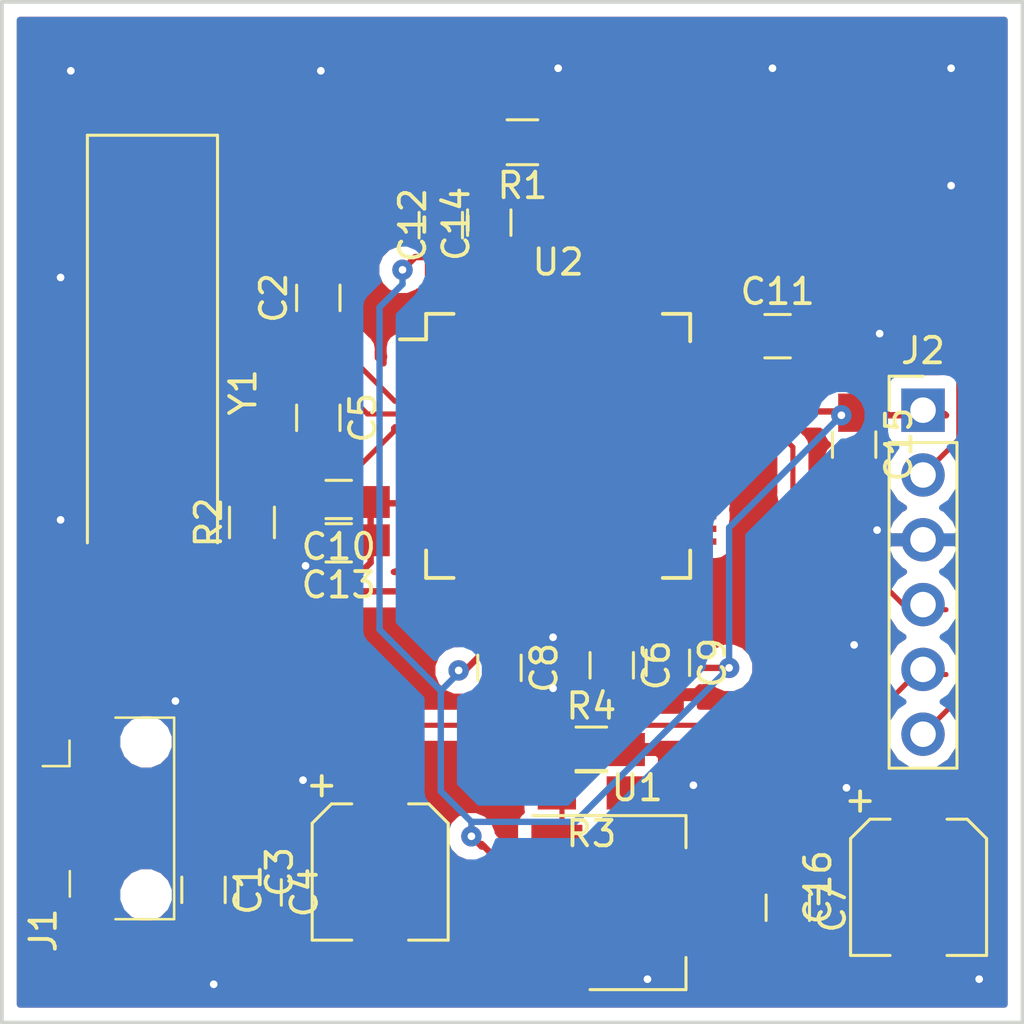
<source format=kicad_pcb>
(kicad_pcb (version 20171130) (host pcbnew 5.0.2-bee76a0~70~ubuntu16.04.1)

  (general
    (thickness 1.6)
    (drawings 4)
    (tracks 179)
    (zones 0)
    (modules 25)
    (nets 61)
  )

  (page A4)
  (layers
    (0 F.Cu signal)
    (31 B.Cu signal)
    (32 B.Adhes user hide)
    (33 F.Adhes user hide)
    (34 B.Paste user hide)
    (35 F.Paste user hide)
    (36 B.SilkS user)
    (37 F.SilkS user)
    (38 B.Mask user hide)
    (39 F.Mask user hide)
    (40 Dwgs.User user hide)
    (41 Cmts.User user hide)
    (42 Eco1.User user hide)
    (43 Eco2.User user hide)
    (44 Edge.Cuts user)
    (45 Margin user hide)
    (46 B.CrtYd user hide)
    (47 F.CrtYd user hide)
    (48 B.Fab user hide)
    (49 F.Fab user hide)
  )

  (setup
    (last_trace_width 0.2)
    (trace_clearance 0.15)
    (zone_clearance 0.508)
    (zone_45_only no)
    (trace_min 0.2)
    (segment_width 0.2)
    (edge_width 0.15)
    (via_size 0.8)
    (via_drill 0.3)
    (via_min_size 0.6)
    (via_min_drill 0.3)
    (uvia_size 0.3)
    (uvia_drill 0.1)
    (uvias_allowed no)
    (uvia_min_size 0.2)
    (uvia_min_drill 0.1)
    (pcb_text_width 0.3)
    (pcb_text_size 1.5 1.5)
    (mod_edge_width 0.15)
    (mod_text_size 1 1)
    (mod_text_width 0.15)
    (pad_size 1.524 1.524)
    (pad_drill 0.762)
    (pad_to_mask_clearance 0.051)
    (solder_mask_min_width 0.25)
    (aux_axis_origin 0 0)
    (visible_elements FFFFFF7F)
    (pcbplotparams
      (layerselection 0x010c0_ffffffff)
      (usegerberextensions false)
      (usegerberattributes false)
      (usegerberadvancedattributes false)
      (creategerberjobfile false)
      (excludeedgelayer true)
      (linewidth 0.100000)
      (plotframeref false)
      (viasonmask false)
      (mode 1)
      (useauxorigin false)
      (hpglpennumber 1)
      (hpglpenspeed 20)
      (hpglpendiameter 15.000000)
      (psnegative false)
      (psa4output false)
      (plotreference true)
      (plotvalue true)
      (plotinvisibletext false)
      (padsonsilk false)
      (subtractmaskfromsilk false)
      (outputformat 1)
      (mirror false)
      (drillshape 0)
      (scaleselection 1)
      (outputdirectory "../Lab2/Gerber/"))
  )

  (net 0 "")
  (net 1 +5V)
  (net 2 GND)
  (net 3 "Net-(C2-Pad1)")
  (net 4 "Net-(C5-Pad1)")
  (net 5 "Net-(C6-Pad1)")
  (net 6 +3V3)
  (net 7 /ID)
  (net 8 /D+)
  (net 9 /D-)
  (net 10 /SWO)
  (net 11 /SWDIO)
  (net 12 /SWCLK)
  (net 13 /NRST)
  (net 14 "Net-(R1-Pad1)")
  (net 15 "Net-(R3-Pad2)")
  (net 16 "Net-(U2-Pad62)")
  (net 17 "Net-(U2-Pad61)")
  (net 18 "Net-(U2-Pad59)")
  (net 19 "Net-(U2-Pad58)")
  (net 20 "Net-(U2-Pad57)")
  (net 21 "Net-(U2-Pad56)")
  (net 22 "Net-(U2-Pad54)")
  (net 23 "Net-(U2-Pad53)")
  (net 24 "Net-(U2-Pad52)")
  (net 25 "Net-(U2-Pad51)")
  (net 26 "Net-(U2-Pad50)")
  (net 27 "Net-(U2-Pad45)")
  (net 28 "Net-(U2-Pad44)")
  (net 29 "Net-(U2-Pad43)")
  (net 30 "Net-(U2-Pad42)")
  (net 31 "Net-(U2-Pad41)")
  (net 32 "Net-(U2-Pad40)")
  (net 33 "Net-(U2-Pad39)")
  (net 34 "Net-(U2-Pad38)")
  (net 35 "Net-(U2-Pad37)")
  (net 36 "Net-(U2-Pad36)")
  (net 37 "Net-(U2-Pad35)")
  (net 38 "Net-(U2-Pad34)")
  (net 39 "Net-(U2-Pad33)")
  (net 40 "Net-(U2-Pad29)")
  (net 41 "Net-(U2-Pad28)")
  (net 42 "Net-(U2-Pad27)")
  (net 43 "Net-(U2-Pad26)")
  (net 44 "Net-(U2-Pad25)")
  (net 45 "Net-(U2-Pad24)")
  (net 46 "Net-(U2-Pad23)")
  (net 47 "Net-(U2-Pad22)")
  (net 48 "Net-(U2-Pad21)")
  (net 49 "Net-(U2-Pad20)")
  (net 50 "Net-(U2-Pad17)")
  (net 51 "Net-(U2-Pad16)")
  (net 52 /PA1)
  (net 53 /PA0)
  (net 54 "Net-(U2-Pad11)")
  (net 55 "Net-(U2-Pad10)")
  (net 56 "Net-(U2-Pad9)")
  (net 57 "Net-(U2-Pad8)")
  (net 58 "Net-(U2-Pad4)")
  (net 59 "Net-(U2-Pad3)")
  (net 60 "Net-(U2-Pad2)")

  (net_class Default "This is the default net class."
    (clearance 0.15)
    (trace_width 0.2)
    (via_dia 0.8)
    (via_drill 0.3)
    (uvia_dia 0.3)
    (uvia_drill 0.1)
    (add_net /D+)
    (add_net /D-)
    (add_net /ID)
    (add_net /NRST)
    (add_net /PA0)
    (add_net /PA1)
    (add_net /SWCLK)
    (add_net /SWDIO)
    (add_net /SWO)
    (add_net "Net-(C2-Pad1)")
    (add_net "Net-(C5-Pad1)")
    (add_net "Net-(C6-Pad1)")
    (add_net "Net-(R1-Pad1)")
    (add_net "Net-(R3-Pad2)")
    (add_net "Net-(U2-Pad10)")
    (add_net "Net-(U2-Pad11)")
    (add_net "Net-(U2-Pad16)")
    (add_net "Net-(U2-Pad17)")
    (add_net "Net-(U2-Pad2)")
    (add_net "Net-(U2-Pad20)")
    (add_net "Net-(U2-Pad21)")
    (add_net "Net-(U2-Pad22)")
    (add_net "Net-(U2-Pad23)")
    (add_net "Net-(U2-Pad24)")
    (add_net "Net-(U2-Pad25)")
    (add_net "Net-(U2-Pad26)")
    (add_net "Net-(U2-Pad27)")
    (add_net "Net-(U2-Pad28)")
    (add_net "Net-(U2-Pad29)")
    (add_net "Net-(U2-Pad3)")
    (add_net "Net-(U2-Pad33)")
    (add_net "Net-(U2-Pad34)")
    (add_net "Net-(U2-Pad35)")
    (add_net "Net-(U2-Pad36)")
    (add_net "Net-(U2-Pad37)")
    (add_net "Net-(U2-Pad38)")
    (add_net "Net-(U2-Pad39)")
    (add_net "Net-(U2-Pad4)")
    (add_net "Net-(U2-Pad40)")
    (add_net "Net-(U2-Pad41)")
    (add_net "Net-(U2-Pad42)")
    (add_net "Net-(U2-Pad43)")
    (add_net "Net-(U2-Pad44)")
    (add_net "Net-(U2-Pad45)")
    (add_net "Net-(U2-Pad50)")
    (add_net "Net-(U2-Pad51)")
    (add_net "Net-(U2-Pad52)")
    (add_net "Net-(U2-Pad53)")
    (add_net "Net-(U2-Pad54)")
    (add_net "Net-(U2-Pad56)")
    (add_net "Net-(U2-Pad57)")
    (add_net "Net-(U2-Pad58)")
    (add_net "Net-(U2-Pad59)")
    (add_net "Net-(U2-Pad61)")
    (add_net "Net-(U2-Pad62)")
    (add_net "Net-(U2-Pad8)")
    (add_net "Net-(U2-Pad9)")
  )

  (net_class Power ""
    (clearance 0.15)
    (trace_width 0.25)
    (via_dia 0.8)
    (via_drill 0.3)
    (uvia_dia 0.3)
    (uvia_drill 0.1)
    (add_net +3V3)
    (add_net +5V)
    (add_net GND)
  )

  (module Resistors_SMD:R_0805_HandSoldering (layer F.Cu) (tedit 58E0A804) (tstamp 5C50386B)
    (at 123.1 91 180)
    (descr "Resistor SMD 0805, hand soldering")
    (tags "resistor 0805")
    (path /5C520562)
    (attr smd)
    (fp_text reference R3 (at 0 -1.6 180) (layer F.SilkS)
      (effects (font (size 1 1) (thickness 0.15)))
    )
    (fp_text value 3,3k (at 0 1.75 180) (layer F.Fab)
      (effects (font (size 1 1) (thickness 0.15)))
    )
    (fp_text user %R (at 0 0 180) (layer F.Fab)
      (effects (font (size 0.5 0.5) (thickness 0.075)))
    )
    (fp_line (start -1 0.62) (end -1 -0.62) (layer F.Fab) (width 0.1))
    (fp_line (start 1 0.62) (end -1 0.62) (layer F.Fab) (width 0.1))
    (fp_line (start 1 -0.62) (end 1 0.62) (layer F.Fab) (width 0.1))
    (fp_line (start -1 -0.62) (end 1 -0.62) (layer F.Fab) (width 0.1))
    (fp_line (start 0.6 0.88) (end -0.6 0.88) (layer F.SilkS) (width 0.12))
    (fp_line (start -0.6 -0.88) (end 0.6 -0.88) (layer F.SilkS) (width 0.12))
    (fp_line (start -2.35 -0.9) (end 2.35 -0.9) (layer F.CrtYd) (width 0.05))
    (fp_line (start -2.35 -0.9) (end -2.35 0.9) (layer F.CrtYd) (width 0.05))
    (fp_line (start 2.35 0.9) (end 2.35 -0.9) (layer F.CrtYd) (width 0.05))
    (fp_line (start 2.35 0.9) (end -2.35 0.9) (layer F.CrtYd) (width 0.05))
    (pad 1 smd rect (at -1.35 0 180) (size 1.5 1.3) (layers F.Cu F.Paste F.Mask)
      (net 6 +3V3))
    (pad 2 smd rect (at 1.35 0 180) (size 1.5 1.3) (layers F.Cu F.Paste F.Mask)
      (net 15 "Net-(R3-Pad2)"))
    (model ${KISYS3DMOD}/Resistors_SMD.3dshapes/R_0805.wrl
      (at (xyz 0 0 0))
      (scale (xyz 1 1 1))
      (rotate (xyz 0 0 0))
    )
  )

  (module Connector_USB:USB_Mini-B_AdamTech_MUSB-B5-S-VT-TSMT-1_SMD_Vertical (layer F.Cu) (tedit 5B6C3FF0) (tstamp 5C503807)
    (at 103.8 92)
    (descr http://www.adam-tech.com/upload/MUSB-B5-S-VT-TSMT-1.pdf)
    (tags "USB Mini-B")
    (path /5C5045B7)
    (attr smd)
    (fp_text reference J1 (at -2.18 4.39 90) (layer F.SilkS)
      (effects (font (size 1 1) (thickness 0.15)))
    )
    (fp_text value USB_OTG (at 0 7.58) (layer F.Fab)
      (effects (font (size 1 1) (thickness 0.15)))
    )
    (fp_line (start -0.65 -1.6) (end -1.05 -1.35) (layer F.Fab) (width 0.1))
    (fp_line (start -1.05 -1.85) (end -0.65 -1.6) (layer F.Fab) (width 0.1))
    (fp_line (start 2.95 -3.95) (end 0.65 -3.95) (layer F.SilkS) (width 0.1))
    (fp_line (start 2.95 3.95) (end 2.95 -3.95) (layer F.SilkS) (width 0.1))
    (fp_line (start 0.65 3.95) (end 2.95 3.95) (layer F.SilkS) (width 0.1))
    (fp_line (start -1.138539 2.064476) (end -1.138539 3.064476) (layer F.SilkS) (width 0.1))
    (fp_line (start -2.2 -2.05) (end -1.15 -2.05) (layer F.SilkS) (width 0.1))
    (fp_line (start -1.15 -2.05) (end -1.15 -3.05) (layer F.SilkS) (width 0.1))
    (fp_line (start 0.2 -5.85) (end 0.2 -3.85) (layer F.Fab) (width 0.1))
    (fp_line (start -1.05 -5.85) (end 0.2 -5.85) (layer F.Fab) (width 0.1))
    (fp_line (start 0.2 5.85) (end 0.2 3.85) (layer F.Fab) (width 0.1))
    (fp_line (start -1.05 5.85) (end 0.2 5.85) (layer F.Fab) (width 0.1))
    (fp_line (start -1.05 -5.85) (end -1.05 5.85) (layer F.Fab) (width 0.1))
    (fp_line (start -1.05 3.85) (end 2.85 3.85) (layer F.Fab) (width 0.1))
    (fp_line (start 2.85 -3.85) (end -1.05 -3.85) (layer F.Fab) (width 0.1))
    (fp_line (start 2.85 3.85) (end 2.85 -3.85) (layer F.Fab) (width 0.1))
    (fp_text user %R (at 0.49 0.015 90) (layer F.Fab)
      (effects (font (size 1 1) (thickness 0.15)))
    )
    (fp_line (start -2.85 6.75) (end -2.85 -6.75) (layer F.CrtYd) (width 0.05))
    (fp_line (start 3.35 6.75) (end -2.85 6.75) (layer F.CrtYd) (width 0.05))
    (fp_line (start 3.35 -6.75) (end 3.35 6.75) (layer F.CrtYd) (width 0.05))
    (fp_line (start -2.85 -6.75) (end 3.35 -6.75) (layer F.CrtYd) (width 0.05))
    (pad 6 smd rect (at -0.45 -4.75 90) (size 3 1.8) (layers F.Cu F.Paste F.Mask)
      (net 2 GND))
    (pad 6 smd rect (at -0.45 4.75 90) (size 3 1.8) (layers F.Cu F.Paste F.Mask)
      (net 2 GND))
    (pad 1 smd rect (at -1.6 -1.6 90) (size 0.5 1.5) (layers F.Cu F.Paste F.Mask)
      (net 1 +5V))
    (pad 2 smd rect (at -1.6 -0.8 90) (size 0.5 1.5) (layers F.Cu F.Paste F.Mask)
      (net 9 /D-))
    (pad 3 smd rect (at -1.6 0 90) (size 0.5 1.5) (layers F.Cu F.Paste F.Mask)
      (net 8 /D+))
    (pad 4 smd rect (at -1.6 0.8 90) (size 0.5 1.5) (layers F.Cu F.Paste F.Mask)
      (net 7 /ID))
    (pad 5 smd rect (at -1.6 1.6 90) (size 0.5 1.5) (layers F.Cu F.Paste F.Mask)
      (net 2 GND))
    (pad "" np_thru_hole circle (at 1.85 -3 90) (size 1 1) (drill 1) (layers *.Cu *.Mask))
    (pad "" np_thru_hole circle (at 1.85 3 90) (size 1 1) (drill 1) (layers *.Cu *.Mask))
    (model ${KISYS3DMOD}/Connector_USB.3dshapes/USB_Mini-B_AdamTech_MUSB-B5-S-VT-TSMT-1_SMD_Vertical.wrl
      (at (xyz 0 0 0))
      (scale (xyz 1 1 1))
      (rotate (xyz 0 0 0))
    )
  )

  (module Capacitors_SMD:C_0805_HandSoldering (layer F.Cu) (tedit 58AA84A8) (tstamp 5C503730)
    (at 123.9 86 270)
    (descr "Capacitor SMD 0805, hand soldering")
    (tags "capacitor 0805")
    (path /5C47EE83)
    (attr smd)
    (fp_text reference C6 (at 0 -1.75 270) (layer F.SilkS)
      (effects (font (size 1 1) (thickness 0.15)))
    )
    (fp_text value 4.7u (at 0 1.75 270) (layer F.Fab)
      (effects (font (size 1 1) (thickness 0.15)))
    )
    (fp_text user %R (at 0 -1.75 270) (layer F.Fab)
      (effects (font (size 1 1) (thickness 0.15)))
    )
    (fp_line (start -1 0.62) (end -1 -0.62) (layer F.Fab) (width 0.1))
    (fp_line (start 1 0.62) (end -1 0.62) (layer F.Fab) (width 0.1))
    (fp_line (start 1 -0.62) (end 1 0.62) (layer F.Fab) (width 0.1))
    (fp_line (start -1 -0.62) (end 1 -0.62) (layer F.Fab) (width 0.1))
    (fp_line (start 0.5 -0.85) (end -0.5 -0.85) (layer F.SilkS) (width 0.12))
    (fp_line (start -0.5 0.85) (end 0.5 0.85) (layer F.SilkS) (width 0.12))
    (fp_line (start -2.25 -0.88) (end 2.25 -0.88) (layer F.CrtYd) (width 0.05))
    (fp_line (start -2.25 -0.88) (end -2.25 0.87) (layer F.CrtYd) (width 0.05))
    (fp_line (start 2.25 0.87) (end 2.25 -0.88) (layer F.CrtYd) (width 0.05))
    (fp_line (start 2.25 0.87) (end -2.25 0.87) (layer F.CrtYd) (width 0.05))
    (pad 1 smd rect (at -1.25 0 270) (size 1.5 1.25) (layers F.Cu F.Paste F.Mask)
      (net 5 "Net-(C6-Pad1)"))
    (pad 2 smd rect (at 1.25 0 270) (size 1.5 1.25) (layers F.Cu F.Paste F.Mask)
      (net 2 GND))
    (model Capacitors_SMD.3dshapes/C_0805.wrl
      (at (xyz 0 0 0))
      (scale (xyz 1 1 1))
      (rotate (xyz 0 0 0))
    )
  )

  (module Capacitors_SMD:C_0805_HandSoldering (layer F.Cu) (tedit 58AA84A8) (tstamp 5C5037C9)
    (at 133.4 77.35 270)
    (descr "Capacitor SMD 0805, hand soldering")
    (tags "capacitor 0805")
    (path /5C4B4024)
    (attr smd)
    (fp_text reference C15 (at 0 -1.75 270) (layer F.SilkS)
      (effects (font (size 1 1) (thickness 0.15)))
    )
    (fp_text value 100n (at 0 1.75 270) (layer F.Fab)
      (effects (font (size 1 1) (thickness 0.15)))
    )
    (fp_text user %R (at 0 -1.75 270) (layer F.Fab)
      (effects (font (size 1 1) (thickness 0.15)))
    )
    (fp_line (start -1 0.62) (end -1 -0.62) (layer F.Fab) (width 0.1))
    (fp_line (start 1 0.62) (end -1 0.62) (layer F.Fab) (width 0.1))
    (fp_line (start 1 -0.62) (end 1 0.62) (layer F.Fab) (width 0.1))
    (fp_line (start -1 -0.62) (end 1 -0.62) (layer F.Fab) (width 0.1))
    (fp_line (start 0.5 -0.85) (end -0.5 -0.85) (layer F.SilkS) (width 0.12))
    (fp_line (start -0.5 0.85) (end 0.5 0.85) (layer F.SilkS) (width 0.12))
    (fp_line (start -2.25 -0.88) (end 2.25 -0.88) (layer F.CrtYd) (width 0.05))
    (fp_line (start -2.25 -0.88) (end -2.25 0.87) (layer F.CrtYd) (width 0.05))
    (fp_line (start 2.25 0.87) (end 2.25 -0.88) (layer F.CrtYd) (width 0.05))
    (fp_line (start 2.25 0.87) (end -2.25 0.87) (layer F.CrtYd) (width 0.05))
    (pad 1 smd rect (at -1.25 0 270) (size 1.5 1.25) (layers F.Cu F.Paste F.Mask)
      (net 6 +3V3))
    (pad 2 smd rect (at 1.25 0 270) (size 1.5 1.25) (layers F.Cu F.Paste F.Mask)
      (net 2 GND))
    (model Capacitors_SMD.3dshapes/C_0805.wrl
      (at (xyz 0 0 0))
      (scale (xyz 1 1 1))
      (rotate (xyz 0 0 0))
    )
  )

  (module Housings_QFP:LQFP-64_10x10mm_Pitch0.5mm (layer F.Cu) (tedit 58CC9A47) (tstamp 5C5387DA)
    (at 121.8 77.4)
    (descr "64 LEAD LQFP 10x10mm (see MICREL LQFP10x10-64LD-PL-1.pdf)")
    (tags "QFP 0.5")
    (path /5C47C3AE)
    (attr smd)
    (fp_text reference U2 (at 0 -7.2) (layer F.SilkS)
      (effects (font (size 1 1) (thickness 0.15)))
    )
    (fp_text value STM32F411RETx (at 0 7.2) (layer F.Fab)
      (effects (font (size 1 1) (thickness 0.15)))
    )
    (fp_line (start -5.175 -4.175) (end -6.2 -4.175) (layer F.SilkS) (width 0.15))
    (fp_line (start 5.175 -5.175) (end 4.1 -5.175) (layer F.SilkS) (width 0.15))
    (fp_line (start 5.175 5.175) (end 4.1 5.175) (layer F.SilkS) (width 0.15))
    (fp_line (start -5.175 5.175) (end -4.1 5.175) (layer F.SilkS) (width 0.15))
    (fp_line (start -5.175 -5.175) (end -4.1 -5.175) (layer F.SilkS) (width 0.15))
    (fp_line (start -5.175 5.175) (end -5.175 4.1) (layer F.SilkS) (width 0.15))
    (fp_line (start 5.175 5.175) (end 5.175 4.1) (layer F.SilkS) (width 0.15))
    (fp_line (start 5.175 -5.175) (end 5.175 -4.1) (layer F.SilkS) (width 0.15))
    (fp_line (start -5.175 -5.175) (end -5.175 -4.175) (layer F.SilkS) (width 0.15))
    (fp_line (start -6.45 6.45) (end 6.45 6.45) (layer F.CrtYd) (width 0.05))
    (fp_line (start -6.45 -6.45) (end 6.45 -6.45) (layer F.CrtYd) (width 0.05))
    (fp_line (start 6.45 -6.45) (end 6.45 6.45) (layer F.CrtYd) (width 0.05))
    (fp_line (start -6.45 -6.45) (end -6.45 6.45) (layer F.CrtYd) (width 0.05))
    (fp_line (start -5 -4) (end -4 -5) (layer F.Fab) (width 0.15))
    (fp_line (start -5 5) (end -5 -4) (layer F.Fab) (width 0.15))
    (fp_line (start 5 5) (end -5 5) (layer F.Fab) (width 0.15))
    (fp_line (start 5 -5) (end 5 5) (layer F.Fab) (width 0.15))
    (fp_line (start -4 -5) (end 5 -5) (layer F.Fab) (width 0.15))
    (fp_text user %R (at 0 0) (layer F.Fab)
      (effects (font (size 1 1) (thickness 0.15)))
    )
    (pad 64 smd rect (at -3.75 -5.7 90) (size 1 0.25) (layers F.Cu F.Paste F.Mask)
      (net 6 +3V3))
    (pad 63 smd rect (at -3.25 -5.7 90) (size 1 0.25) (layers F.Cu F.Paste F.Mask)
      (net 2 GND))
    (pad 62 smd rect (at -2.75 -5.7 90) (size 1 0.25) (layers F.Cu F.Paste F.Mask)
      (net 16 "Net-(U2-Pad62)"))
    (pad 61 smd rect (at -2.25 -5.7 90) (size 1 0.25) (layers F.Cu F.Paste F.Mask)
      (net 17 "Net-(U2-Pad61)"))
    (pad 60 smd rect (at -1.75 -5.7 90) (size 1 0.25) (layers F.Cu F.Paste F.Mask)
      (net 14 "Net-(R1-Pad1)"))
    (pad 59 smd rect (at -1.25 -5.7 90) (size 1 0.25) (layers F.Cu F.Paste F.Mask)
      (net 18 "Net-(U2-Pad59)"))
    (pad 58 smd rect (at -0.75 -5.7 90) (size 1 0.25) (layers F.Cu F.Paste F.Mask)
      (net 19 "Net-(U2-Pad58)"))
    (pad 57 smd rect (at -0.25 -5.7 90) (size 1 0.25) (layers F.Cu F.Paste F.Mask)
      (net 20 "Net-(U2-Pad57)"))
    (pad 56 smd rect (at 0.25 -5.7 90) (size 1 0.25) (layers F.Cu F.Paste F.Mask)
      (net 21 "Net-(U2-Pad56)"))
    (pad 55 smd rect (at 0.75 -5.7 90) (size 1 0.25) (layers F.Cu F.Paste F.Mask)
      (net 10 /SWO))
    (pad 54 smd rect (at 1.25 -5.7 90) (size 1 0.25) (layers F.Cu F.Paste F.Mask)
      (net 22 "Net-(U2-Pad54)"))
    (pad 53 smd rect (at 1.75 -5.7 90) (size 1 0.25) (layers F.Cu F.Paste F.Mask)
      (net 23 "Net-(U2-Pad53)"))
    (pad 52 smd rect (at 2.25 -5.7 90) (size 1 0.25) (layers F.Cu F.Paste F.Mask)
      (net 24 "Net-(U2-Pad52)"))
    (pad 51 smd rect (at 2.75 -5.7 90) (size 1 0.25) (layers F.Cu F.Paste F.Mask)
      (net 25 "Net-(U2-Pad51)"))
    (pad 50 smd rect (at 3.25 -5.7 90) (size 1 0.25) (layers F.Cu F.Paste F.Mask)
      (net 26 "Net-(U2-Pad50)"))
    (pad 49 smd rect (at 3.75 -5.7 90) (size 1 0.25) (layers F.Cu F.Paste F.Mask)
      (net 12 /SWCLK))
    (pad 48 smd rect (at 5.7 -3.75) (size 1 0.25) (layers F.Cu F.Paste F.Mask)
      (net 6 +3V3))
    (pad 47 smd rect (at 5.7 -3.25) (size 1 0.25) (layers F.Cu F.Paste F.Mask)
      (net 2 GND))
    (pad 46 smd rect (at 5.7 -2.75) (size 1 0.25) (layers F.Cu F.Paste F.Mask)
      (net 11 /SWDIO))
    (pad 45 smd rect (at 5.7 -2.25) (size 1 0.25) (layers F.Cu F.Paste F.Mask)
      (net 27 "Net-(U2-Pad45)"))
    (pad 44 smd rect (at 5.7 -1.75) (size 1 0.25) (layers F.Cu F.Paste F.Mask)
      (net 28 "Net-(U2-Pad44)"))
    (pad 43 smd rect (at 5.7 -1.25) (size 1 0.25) (layers F.Cu F.Paste F.Mask)
      (net 29 "Net-(U2-Pad43)"))
    (pad 42 smd rect (at 5.7 -0.75) (size 1 0.25) (layers F.Cu F.Paste F.Mask)
      (net 30 "Net-(U2-Pad42)"))
    (pad 41 smd rect (at 5.7 -0.25) (size 1 0.25) (layers F.Cu F.Paste F.Mask)
      (net 31 "Net-(U2-Pad41)"))
    (pad 40 smd rect (at 5.7 0.25) (size 1 0.25) (layers F.Cu F.Paste F.Mask)
      (net 32 "Net-(U2-Pad40)"))
    (pad 39 smd rect (at 5.7 0.75) (size 1 0.25) (layers F.Cu F.Paste F.Mask)
      (net 33 "Net-(U2-Pad39)"))
    (pad 38 smd rect (at 5.7 1.25) (size 1 0.25) (layers F.Cu F.Paste F.Mask)
      (net 34 "Net-(U2-Pad38)"))
    (pad 37 smd rect (at 5.7 1.75) (size 1 0.25) (layers F.Cu F.Paste F.Mask)
      (net 35 "Net-(U2-Pad37)"))
    (pad 36 smd rect (at 5.7 2.25) (size 1 0.25) (layers F.Cu F.Paste F.Mask)
      (net 36 "Net-(U2-Pad36)"))
    (pad 35 smd rect (at 5.7 2.75) (size 1 0.25) (layers F.Cu F.Paste F.Mask)
      (net 37 "Net-(U2-Pad35)"))
    (pad 34 smd rect (at 5.7 3.25) (size 1 0.25) (layers F.Cu F.Paste F.Mask)
      (net 38 "Net-(U2-Pad34)"))
    (pad 33 smd rect (at 5.7 3.75) (size 1 0.25) (layers F.Cu F.Paste F.Mask)
      (net 39 "Net-(U2-Pad33)"))
    (pad 32 smd rect (at 3.75 5.7 90) (size 1 0.25) (layers F.Cu F.Paste F.Mask)
      (net 6 +3V3))
    (pad 31 smd rect (at 3.25 5.7 90) (size 1 0.25) (layers F.Cu F.Paste F.Mask)
      (net 2 GND))
    (pad 30 smd rect (at 2.75 5.7 90) (size 1 0.25) (layers F.Cu F.Paste F.Mask)
      (net 5 "Net-(C6-Pad1)"))
    (pad 29 smd rect (at 2.25 5.7 90) (size 1 0.25) (layers F.Cu F.Paste F.Mask)
      (net 40 "Net-(U2-Pad29)"))
    (pad 28 smd rect (at 1.75 5.7 90) (size 1 0.25) (layers F.Cu F.Paste F.Mask)
      (net 41 "Net-(U2-Pad28)"))
    (pad 27 smd rect (at 1.25 5.7 90) (size 1 0.25) (layers F.Cu F.Paste F.Mask)
      (net 42 "Net-(U2-Pad27)"))
    (pad 26 smd rect (at 0.75 5.7 90) (size 1 0.25) (layers F.Cu F.Paste F.Mask)
      (net 43 "Net-(U2-Pad26)"))
    (pad 25 smd rect (at 0.25 5.7 90) (size 1 0.25) (layers F.Cu F.Paste F.Mask)
      (net 44 "Net-(U2-Pad25)"))
    (pad 24 smd rect (at -0.25 5.7 90) (size 1 0.25) (layers F.Cu F.Paste F.Mask)
      (net 45 "Net-(U2-Pad24)"))
    (pad 23 smd rect (at -0.75 5.7 90) (size 1 0.25) (layers F.Cu F.Paste F.Mask)
      (net 46 "Net-(U2-Pad23)"))
    (pad 22 smd rect (at -1.25 5.7 90) (size 1 0.25) (layers F.Cu F.Paste F.Mask)
      (net 47 "Net-(U2-Pad22)"))
    (pad 21 smd rect (at -1.75 5.7 90) (size 1 0.25) (layers F.Cu F.Paste F.Mask)
      (net 48 "Net-(U2-Pad21)"))
    (pad 20 smd rect (at -2.25 5.7 90) (size 1 0.25) (layers F.Cu F.Paste F.Mask)
      (net 49 "Net-(U2-Pad20)"))
    (pad 19 smd rect (at -2.75 5.7 90) (size 1 0.25) (layers F.Cu F.Paste F.Mask)
      (net 6 +3V3))
    (pad 18 smd rect (at -3.25 5.7 90) (size 1 0.25) (layers F.Cu F.Paste F.Mask)
      (net 2 GND))
    (pad 17 smd rect (at -3.75 5.7 90) (size 1 0.25) (layers F.Cu F.Paste F.Mask)
      (net 50 "Net-(U2-Pad17)"))
    (pad 16 smd rect (at -5.7 3.75) (size 1 0.25) (layers F.Cu F.Paste F.Mask)
      (net 51 "Net-(U2-Pad16)"))
    (pad 15 smd rect (at -5.7 3.25) (size 1 0.25) (layers F.Cu F.Paste F.Mask)
      (net 52 /PA1))
    (pad 14 smd rect (at -5.7 2.75) (size 1 0.25) (layers F.Cu F.Paste F.Mask)
      (net 53 /PA0))
    (pad 13 smd rect (at -5.7 2.25) (size 1 0.25) (layers F.Cu F.Paste F.Mask)
      (net 6 +3V3))
    (pad 12 smd rect (at -5.7 1.75) (size 1 0.25) (layers F.Cu F.Paste F.Mask)
      (net 2 GND))
    (pad 11 smd rect (at -5.7 1.25) (size 1 0.25) (layers F.Cu F.Paste F.Mask)
      (net 54 "Net-(U2-Pad11)"))
    (pad 10 smd rect (at -5.7 0.75) (size 1 0.25) (layers F.Cu F.Paste F.Mask)
      (net 55 "Net-(U2-Pad10)"))
    (pad 9 smd rect (at -5.7 0.25) (size 1 0.25) (layers F.Cu F.Paste F.Mask)
      (net 56 "Net-(U2-Pad9)"))
    (pad 8 smd rect (at -5.7 -0.25) (size 1 0.25) (layers F.Cu F.Paste F.Mask)
      (net 57 "Net-(U2-Pad8)"))
    (pad 7 smd rect (at -5.7 -0.75) (size 1 0.25) (layers F.Cu F.Paste F.Mask)
      (net 13 /NRST))
    (pad 6 smd rect (at -5.7 -1.25) (size 1 0.25) (layers F.Cu F.Paste F.Mask)
      (net 4 "Net-(C5-Pad1)"))
    (pad 5 smd rect (at -5.7 -1.75) (size 1 0.25) (layers F.Cu F.Paste F.Mask)
      (net 3 "Net-(C2-Pad1)"))
    (pad 4 smd rect (at -5.7 -2.25) (size 1 0.25) (layers F.Cu F.Paste F.Mask)
      (net 58 "Net-(U2-Pad4)"))
    (pad 3 smd rect (at -5.7 -2.75) (size 1 0.25) (layers F.Cu F.Paste F.Mask)
      (net 59 "Net-(U2-Pad3)"))
    (pad 2 smd rect (at -5.7 -3.25) (size 1 0.25) (layers F.Cu F.Paste F.Mask)
      (net 60 "Net-(U2-Pad2)"))
    (pad 1 smd rect (at -5.7 -3.75) (size 1 0.25) (layers F.Cu F.Paste F.Mask)
      (net 6 +3V3))
    (model ${KISYS3DMOD}/Housings_QFP.3dshapes/LQFP-64_10x10mm_Pitch0.5mm.wrl
      (at (xyz 0 0 0))
      (scale (xyz 1 1 1))
      (rotate (xyz 0 0 0))
    )
  )

  (module Crystals:Crystal_SMD_HC49-SD_HandSoldering (layer F.Cu) (tedit 58CD2E9D) (tstamp 5C51D1C7)
    (at 105.9 75.3 270)
    (descr "SMD Crystal HC-49-SD http://cdn-reichelt.de/documents/datenblatt/B400/xxx-HC49-SMD.pdf, hand-soldering, 11.4x4.7mm^2 package")
    (tags "SMD SMT crystal hand-soldering")
    (path /5C48CC6E)
    (attr smd)
    (fp_text reference Y1 (at 0 -3.55 270) (layer F.SilkS)
      (effects (font (size 1 1) (thickness 0.15)))
    )
    (fp_text value 8.0MHz (at 0 3.55 270) (layer F.Fab)
      (effects (font (size 1 1) (thickness 0.15)))
    )
    (fp_arc (start 3.015 0) (end 3.015 -2.115) (angle 180) (layer F.Fab) (width 0.1))
    (fp_arc (start -3.015 0) (end -3.015 -2.115) (angle -180) (layer F.Fab) (width 0.1))
    (fp_line (start 10.2 -2.6) (end -10.2 -2.6) (layer F.CrtYd) (width 0.05))
    (fp_line (start 10.2 2.6) (end 10.2 -2.6) (layer F.CrtYd) (width 0.05))
    (fp_line (start -10.2 2.6) (end 10.2 2.6) (layer F.CrtYd) (width 0.05))
    (fp_line (start -10.2 -2.6) (end -10.2 2.6) (layer F.CrtYd) (width 0.05))
    (fp_line (start -10.075 2.55) (end 5.9 2.55) (layer F.SilkS) (width 0.12))
    (fp_line (start -10.075 -2.55) (end -10.075 2.55) (layer F.SilkS) (width 0.12))
    (fp_line (start 5.9 -2.55) (end -10.075 -2.55) (layer F.SilkS) (width 0.12))
    (fp_line (start -3.015 2.115) (end 3.015 2.115) (layer F.Fab) (width 0.1))
    (fp_line (start -3.015 -2.115) (end 3.015 -2.115) (layer F.Fab) (width 0.1))
    (fp_line (start 5.7 -2.35) (end -5.7 -2.35) (layer F.Fab) (width 0.1))
    (fp_line (start 5.7 2.35) (end 5.7 -2.35) (layer F.Fab) (width 0.1))
    (fp_line (start -5.7 2.35) (end 5.7 2.35) (layer F.Fab) (width 0.1))
    (fp_line (start -5.7 -2.35) (end -5.7 2.35) (layer F.Fab) (width 0.1))
    (fp_text user %R (at 0 0 270) (layer F.Fab)
      (effects (font (size 1 1) (thickness 0.15)))
    )
    (pad 2 smd rect (at 5.9375 0 270) (size 7.875 2) (layers F.Cu F.Paste F.Mask)
      (net 4 "Net-(C5-Pad1)"))
    (pad 1 smd rect (at -5.9375 0 270) (size 7.875 2) (layers F.Cu F.Paste F.Mask)
      (net 3 "Net-(C2-Pad1)"))
    (model ${KISYS3DMOD}/Crystals.3dshapes/Crystal_SMD_HC49-SD_HandSoldering.wrl
      (at (xyz 0 0 0))
      (scale (xyz 1 1 1))
      (rotate (xyz 0 0 0))
    )
  )

  (module Resistors_SMD:R_0805_HandSoldering (layer F.Cu) (tedit 5C51B24C) (tstamp 5C503849)
    (at 120.4 65.5 180)
    (descr "Resistor SMD 0805, hand soldering")
    (tags "resistor 0805")
    (path /5C48A51D)
    (attr smd)
    (fp_text reference R1 (at 0 -1.7 180) (layer F.SilkS)
      (effects (font (size 1 1) (thickness 0.15)))
    )
    (fp_text value 10k (at 0 1.75 180) (layer F.Fab)
      (effects (font (size 1 1) (thickness 0.15)))
    )
    (fp_text user %R (at 0 0 180) (layer F.Fab)
      (effects (font (size 0.5 0.5) (thickness 0.075)))
    )
    (fp_line (start -1 0.62) (end -1 -0.62) (layer F.Fab) (width 0.1))
    (fp_line (start 1 0.62) (end -1 0.62) (layer F.Fab) (width 0.1))
    (fp_line (start 1 -0.62) (end 1 0.62) (layer F.Fab) (width 0.1))
    (fp_line (start -1 -0.62) (end 1 -0.62) (layer F.Fab) (width 0.1))
    (fp_line (start 0.6 0.88) (end -0.6 0.88) (layer F.SilkS) (width 0.12))
    (fp_line (start -0.6 -0.88) (end 0.6 -0.88) (layer F.SilkS) (width 0.12))
    (fp_line (start -2.35 -0.9) (end 2.35 -0.9) (layer F.CrtYd) (width 0.05))
    (fp_line (start -2.35 -0.9) (end -2.35 0.9) (layer F.CrtYd) (width 0.05))
    (fp_line (start 2.35 0.9) (end 2.35 -0.9) (layer F.CrtYd) (width 0.05))
    (fp_line (start 2.35 0.9) (end -2.35 0.9) (layer F.CrtYd) (width 0.05))
    (pad 1 smd rect (at -1.35 0 180) (size 1.5 1.3) (layers F.Cu F.Paste F.Mask)
      (net 14 "Net-(R1-Pad1)"))
    (pad 2 smd rect (at 1.35 0 180) (size 1.5 1.3) (layers F.Cu F.Paste F.Mask)
      (net 2 GND))
    (model ${KISYS3DMOD}/Resistors_SMD.3dshapes/R_0805.wrl
      (at (xyz 0 0 0))
      (scale (xyz 1 1 1))
      (rotate (xyz 0 0 0))
    )
  )

  (module Capacitors_SMD:C_0805_HandSoldering (layer F.Cu) (tedit 58AA84A8) (tstamp 5C503763)
    (at 126.1 85.9 270)
    (descr "Capacitor SMD 0805, hand soldering")
    (tags "capacitor 0805")
    (path /5C472B7C)
    (attr smd)
    (fp_text reference C9 (at 0 -1.75 270) (layer F.SilkS)
      (effects (font (size 1 1) (thickness 0.15)))
    )
    (fp_text value 100n (at 0 1.75 270) (layer F.Fab)
      (effects (font (size 1 1) (thickness 0.15)))
    )
    (fp_text user %R (at 0 -1.75 270) (layer F.Fab)
      (effects (font (size 1 1) (thickness 0.15)))
    )
    (fp_line (start -1 0.62) (end -1 -0.62) (layer F.Fab) (width 0.1))
    (fp_line (start 1 0.62) (end -1 0.62) (layer F.Fab) (width 0.1))
    (fp_line (start 1 -0.62) (end 1 0.62) (layer F.Fab) (width 0.1))
    (fp_line (start -1 -0.62) (end 1 -0.62) (layer F.Fab) (width 0.1))
    (fp_line (start 0.5 -0.85) (end -0.5 -0.85) (layer F.SilkS) (width 0.12))
    (fp_line (start -0.5 0.85) (end 0.5 0.85) (layer F.SilkS) (width 0.12))
    (fp_line (start -2.25 -0.88) (end 2.25 -0.88) (layer F.CrtYd) (width 0.05))
    (fp_line (start -2.25 -0.88) (end -2.25 0.87) (layer F.CrtYd) (width 0.05))
    (fp_line (start 2.25 0.87) (end 2.25 -0.88) (layer F.CrtYd) (width 0.05))
    (fp_line (start 2.25 0.87) (end -2.25 0.87) (layer F.CrtYd) (width 0.05))
    (pad 1 smd rect (at -1.25 0 270) (size 1.5 1.25) (layers F.Cu F.Paste F.Mask)
      (net 6 +3V3))
    (pad 2 smd rect (at 1.25 0 270) (size 1.5 1.25) (layers F.Cu F.Paste F.Mask)
      (net 2 GND))
    (model Capacitors_SMD.3dshapes/C_0805.wrl
      (at (xyz 0 0 0))
      (scale (xyz 1 1 1))
      (rotate (xyz 0 0 0))
    )
  )

  (module Capacitors_SMD:C_0805_HandSoldering (layer F.Cu) (tedit 58AA84A8) (tstamp 5C503785)
    (at 130.4 73.1)
    (descr "Capacitor SMD 0805, hand soldering")
    (tags "capacitor 0805")
    (path /5C472BCA)
    (attr smd)
    (fp_text reference C11 (at 0 -1.75) (layer F.SilkS)
      (effects (font (size 1 1) (thickness 0.15)))
    )
    (fp_text value 100n (at 0 1.75) (layer F.Fab)
      (effects (font (size 1 1) (thickness 0.15)))
    )
    (fp_text user %R (at 0 -1.75) (layer F.Fab)
      (effects (font (size 1 1) (thickness 0.15)))
    )
    (fp_line (start -1 0.62) (end -1 -0.62) (layer F.Fab) (width 0.1))
    (fp_line (start 1 0.62) (end -1 0.62) (layer F.Fab) (width 0.1))
    (fp_line (start 1 -0.62) (end 1 0.62) (layer F.Fab) (width 0.1))
    (fp_line (start -1 -0.62) (end 1 -0.62) (layer F.Fab) (width 0.1))
    (fp_line (start 0.5 -0.85) (end -0.5 -0.85) (layer F.SilkS) (width 0.12))
    (fp_line (start -0.5 0.85) (end 0.5 0.85) (layer F.SilkS) (width 0.12))
    (fp_line (start -2.25 -0.88) (end 2.25 -0.88) (layer F.CrtYd) (width 0.05))
    (fp_line (start -2.25 -0.88) (end -2.25 0.87) (layer F.CrtYd) (width 0.05))
    (fp_line (start 2.25 0.87) (end 2.25 -0.88) (layer F.CrtYd) (width 0.05))
    (fp_line (start 2.25 0.87) (end -2.25 0.87) (layer F.CrtYd) (width 0.05))
    (pad 1 smd rect (at -1.25 0) (size 1.5 1.25) (layers F.Cu F.Paste F.Mask)
      (net 6 +3V3))
    (pad 2 smd rect (at 1.25 0) (size 1.5 1.25) (layers F.Cu F.Paste F.Mask)
      (net 2 GND))
    (model Capacitors_SMD.3dshapes/C_0805.wrl
      (at (xyz 0 0 0))
      (scale (xyz 1 1 1))
      (rotate (xyz 0 0 0))
    )
  )

  (module Capacitors_SMD:C_0805_HandSoldering (layer F.Cu) (tedit 58AA84A8) (tstamp 5C503774)
    (at 113.2 79.6 180)
    (descr "Capacitor SMD 0805, hand soldering")
    (tags "capacitor 0805")
    (path /5C47C813)
    (attr smd)
    (fp_text reference C10 (at 0 -1.75 180) (layer F.SilkS)
      (effects (font (size 1 1) (thickness 0.15)))
    )
    (fp_text value 1u (at 0 1.75 180) (layer F.Fab)
      (effects (font (size 1 1) (thickness 0.15)))
    )
    (fp_text user %R (at 0 -1.75 180) (layer F.Fab)
      (effects (font (size 1 1) (thickness 0.15)))
    )
    (fp_line (start -1 0.62) (end -1 -0.62) (layer F.Fab) (width 0.1))
    (fp_line (start 1 0.62) (end -1 0.62) (layer F.Fab) (width 0.1))
    (fp_line (start 1 -0.62) (end 1 0.62) (layer F.Fab) (width 0.1))
    (fp_line (start -1 -0.62) (end 1 -0.62) (layer F.Fab) (width 0.1))
    (fp_line (start 0.5 -0.85) (end -0.5 -0.85) (layer F.SilkS) (width 0.12))
    (fp_line (start -0.5 0.85) (end 0.5 0.85) (layer F.SilkS) (width 0.12))
    (fp_line (start -2.25 -0.88) (end 2.25 -0.88) (layer F.CrtYd) (width 0.05))
    (fp_line (start -2.25 -0.88) (end -2.25 0.87) (layer F.CrtYd) (width 0.05))
    (fp_line (start 2.25 0.87) (end 2.25 -0.88) (layer F.CrtYd) (width 0.05))
    (fp_line (start 2.25 0.87) (end -2.25 0.87) (layer F.CrtYd) (width 0.05))
    (pad 1 smd rect (at -1.25 0 180) (size 1.5 1.25) (layers F.Cu F.Paste F.Mask)
      (net 6 +3V3))
    (pad 2 smd rect (at 1.25 0 180) (size 1.5 1.25) (layers F.Cu F.Paste F.Mask)
      (net 2 GND))
    (model Capacitors_SMD.3dshapes/C_0805.wrl
      (at (xyz 0 0 0))
      (scale (xyz 1 1 1))
      (rotate (xyz 0 0 0))
    )
  )

  (module Capacitors_SMD:C_0805_HandSoldering (layer F.Cu) (tedit 58AA84A8) (tstamp 5C503796)
    (at 117.2 68.75 90)
    (descr "Capacitor SMD 0805, hand soldering")
    (tags "capacitor 0805")
    (path /5C472D06)
    (attr smd)
    (fp_text reference C12 (at 0 -1.1 90) (layer F.SilkS)
      (effects (font (size 1 1) (thickness 0.15)))
    )
    (fp_text value 100n (at 0 1.75 90) (layer F.Fab)
      (effects (font (size 1 1) (thickness 0.15)))
    )
    (fp_text user %R (at 0 -1.75 90) (layer F.Fab)
      (effects (font (size 1 1) (thickness 0.15)))
    )
    (fp_line (start -1 0.62) (end -1 -0.62) (layer F.Fab) (width 0.1))
    (fp_line (start 1 0.62) (end -1 0.62) (layer F.Fab) (width 0.1))
    (fp_line (start 1 -0.62) (end 1 0.62) (layer F.Fab) (width 0.1))
    (fp_line (start -1 -0.62) (end 1 -0.62) (layer F.Fab) (width 0.1))
    (fp_line (start 0.5 -0.85) (end -0.5 -0.85) (layer F.SilkS) (width 0.12))
    (fp_line (start -0.5 0.85) (end 0.5 0.85) (layer F.SilkS) (width 0.12))
    (fp_line (start -2.25 -0.88) (end 2.25 -0.88) (layer F.CrtYd) (width 0.05))
    (fp_line (start -2.25 -0.88) (end -2.25 0.87) (layer F.CrtYd) (width 0.05))
    (fp_line (start 2.25 0.87) (end 2.25 -0.88) (layer F.CrtYd) (width 0.05))
    (fp_line (start 2.25 0.87) (end -2.25 0.87) (layer F.CrtYd) (width 0.05))
    (pad 1 smd rect (at -1.25 0 90) (size 1.5 1.25) (layers F.Cu F.Paste F.Mask)
      (net 6 +3V3))
    (pad 2 smd rect (at 1.25 0 90) (size 1.5 1.25) (layers F.Cu F.Paste F.Mask)
      (net 2 GND))
    (model Capacitors_SMD.3dshapes/C_0805.wrl
      (at (xyz 0 0 0))
      (scale (xyz 1 1 1))
      (rotate (xyz 0 0 0))
    )
  )

  (module Capacitors_SMD:C_0805_HandSoldering (layer F.Cu) (tedit 58AA84A8) (tstamp 5C503752)
    (at 119.5 86.1 270)
    (descr "Capacitor SMD 0805, hand soldering")
    (tags "capacitor 0805")
    (path /5C472960)
    (attr smd)
    (fp_text reference C8 (at 0 -1.75 270) (layer F.SilkS)
      (effects (font (size 1 1) (thickness 0.15)))
    )
    (fp_text value 100n (at 0 1.75 270) (layer F.Fab)
      (effects (font (size 1 1) (thickness 0.15)))
    )
    (fp_text user %R (at 0 -1.75 270) (layer F.Fab)
      (effects (font (size 1 1) (thickness 0.15)))
    )
    (fp_line (start -1 0.62) (end -1 -0.62) (layer F.Fab) (width 0.1))
    (fp_line (start 1 0.62) (end -1 0.62) (layer F.Fab) (width 0.1))
    (fp_line (start 1 -0.62) (end 1 0.62) (layer F.Fab) (width 0.1))
    (fp_line (start -1 -0.62) (end 1 -0.62) (layer F.Fab) (width 0.1))
    (fp_line (start 0.5 -0.85) (end -0.5 -0.85) (layer F.SilkS) (width 0.12))
    (fp_line (start -0.5 0.85) (end 0.5 0.85) (layer F.SilkS) (width 0.12))
    (fp_line (start -2.25 -0.88) (end 2.25 -0.88) (layer F.CrtYd) (width 0.05))
    (fp_line (start -2.25 -0.88) (end -2.25 0.87) (layer F.CrtYd) (width 0.05))
    (fp_line (start 2.25 0.87) (end 2.25 -0.88) (layer F.CrtYd) (width 0.05))
    (fp_line (start 2.25 0.87) (end -2.25 0.87) (layer F.CrtYd) (width 0.05))
    (pad 1 smd rect (at -1.25 0 270) (size 1.5 1.25) (layers F.Cu F.Paste F.Mask)
      (net 6 +3V3))
    (pad 2 smd rect (at 1.25 0 270) (size 1.5 1.25) (layers F.Cu F.Paste F.Mask)
      (net 2 GND))
    (model Capacitors_SMD.3dshapes/C_0805.wrl
      (at (xyz 0 0 0))
      (scale (xyz 1 1 1))
      (rotate (xyz 0 0 0))
    )
  )

  (module Capacitors_SMD:C_0805_HandSoldering (layer F.Cu) (tedit 58AA84A8) (tstamp 5C5037B8)
    (at 119.1 68.65 90)
    (descr "Capacitor SMD 0805, hand soldering")
    (tags "capacitor 0805")
    (path /5C473812)
    (attr smd)
    (fp_text reference C14 (at -0.05 -1.3 90) (layer F.SilkS)
      (effects (font (size 1 1) (thickness 0.15)))
    )
    (fp_text value 4.7u (at 0 1.75 90) (layer F.Fab)
      (effects (font (size 1 1) (thickness 0.15)))
    )
    (fp_text user %R (at 0 -1.75 90) (layer F.Fab)
      (effects (font (size 1 1) (thickness 0.15)))
    )
    (fp_line (start -1 0.62) (end -1 -0.62) (layer F.Fab) (width 0.1))
    (fp_line (start 1 0.62) (end -1 0.62) (layer F.Fab) (width 0.1))
    (fp_line (start 1 -0.62) (end 1 0.62) (layer F.Fab) (width 0.1))
    (fp_line (start -1 -0.62) (end 1 -0.62) (layer F.Fab) (width 0.1))
    (fp_line (start 0.5 -0.85) (end -0.5 -0.85) (layer F.SilkS) (width 0.12))
    (fp_line (start -0.5 0.85) (end 0.5 0.85) (layer F.SilkS) (width 0.12))
    (fp_line (start -2.25 -0.88) (end 2.25 -0.88) (layer F.CrtYd) (width 0.05))
    (fp_line (start -2.25 -0.88) (end -2.25 0.87) (layer F.CrtYd) (width 0.05))
    (fp_line (start 2.25 0.87) (end 2.25 -0.88) (layer F.CrtYd) (width 0.05))
    (fp_line (start 2.25 0.87) (end -2.25 0.87) (layer F.CrtYd) (width 0.05))
    (pad 1 smd rect (at -1.25 0 90) (size 1.5 1.25) (layers F.Cu F.Paste F.Mask)
      (net 6 +3V3))
    (pad 2 smd rect (at 1.25 0 90) (size 1.5 1.25) (layers F.Cu F.Paste F.Mask)
      (net 2 GND))
    (model Capacitors_SMD.3dshapes/C_0805.wrl
      (at (xyz 0 0 0))
      (scale (xyz 1 1 1))
      (rotate (xyz 0 0 0))
    )
  )

  (module Capacitors_SMD:C_0805_HandSoldering (layer F.Cu) (tedit 5C51B24F) (tstamp 5C5036E1)
    (at 112.4 71.6 90)
    (descr "Capacitor SMD 0805, hand soldering")
    (tags "capacitor 0805")
    (path /5C4962DD)
    (attr smd)
    (fp_text reference C2 (at 0 -1.75 90) (layer F.SilkS)
      (effects (font (size 1 1) (thickness 0.15)))
    )
    (fp_text value 18p (at 0 1.75 90) (layer F.Fab)
      (effects (font (size 1 1) (thickness 0.15)))
    )
    (fp_text user %R (at 0 -1.75 90) (layer F.Fab)
      (effects (font (size 1 1) (thickness 0.15)))
    )
    (fp_line (start -1 0.62) (end -1 -0.62) (layer F.Fab) (width 0.1))
    (fp_line (start 1 0.62) (end -1 0.62) (layer F.Fab) (width 0.1))
    (fp_line (start 1 -0.62) (end 1 0.62) (layer F.Fab) (width 0.1))
    (fp_line (start -1 -0.62) (end 1 -0.62) (layer F.Fab) (width 0.1))
    (fp_line (start 0.5 -0.85) (end -0.5 -0.85) (layer F.SilkS) (width 0.12))
    (fp_line (start -0.5 0.85) (end 0.5 0.85) (layer F.SilkS) (width 0.12))
    (fp_line (start -2.25 -0.88) (end 2.25 -0.88) (layer F.CrtYd) (width 0.05))
    (fp_line (start -2.25 -0.88) (end -2.25 0.87) (layer F.CrtYd) (width 0.05))
    (fp_line (start 2.25 0.87) (end 2.25 -0.88) (layer F.CrtYd) (width 0.05))
    (fp_line (start 2.25 0.87) (end -2.25 0.87) (layer F.CrtYd) (width 0.05))
    (pad 1 smd rect (at -1.25 0 90) (size 1.5 1.25) (layers F.Cu F.Paste F.Mask)
      (net 3 "Net-(C2-Pad1)"))
    (pad 2 smd rect (at 1.25 0 90) (size 1.5 1.25) (layers F.Cu F.Paste F.Mask)
      (net 2 GND))
    (model Capacitors_SMD.3dshapes/C_0805.wrl
      (at (xyz 0 0 0))
      (scale (xyz 1 1 1))
      (rotate (xyz 0 0 0))
    )
  )

  (module Capacitors_SMD:C_0805_HandSoldering (layer F.Cu) (tedit 5C51B364) (tstamp 5C5037A7)
    (at 113.2 81.1 180)
    (descr "Capacitor SMD 0805, hand soldering")
    (tags "capacitor 0805")
    (path /5C47C892)
    (attr smd)
    (fp_text reference C13 (at 0 -1.75 180) (layer F.SilkS)
      (effects (font (size 1 1) (thickness 0.15)))
    )
    (fp_text value 100n (at 0 1.75 180) (layer F.Fab)
      (effects (font (size 1 1) (thickness 0.15)))
    )
    (fp_text user %R (at 0 -1.75 180) (layer F.Fab)
      (effects (font (size 1 1) (thickness 0.15)))
    )
    (fp_line (start -1 0.62) (end -1 -0.62) (layer F.Fab) (width 0.1))
    (fp_line (start 1 0.62) (end -1 0.62) (layer F.Fab) (width 0.1))
    (fp_line (start 1 -0.62) (end 1 0.62) (layer F.Fab) (width 0.1))
    (fp_line (start -1 -0.62) (end 1 -0.62) (layer F.Fab) (width 0.1))
    (fp_line (start 0.5 -0.85) (end -0.5 -0.85) (layer F.SilkS) (width 0.12))
    (fp_line (start -0.5 0.85) (end 0.5 0.85) (layer F.SilkS) (width 0.12))
    (fp_line (start -2.25 -0.88) (end 2.25 -0.88) (layer F.CrtYd) (width 0.05))
    (fp_line (start -2.25 -0.88) (end -2.25 0.87) (layer F.CrtYd) (width 0.05))
    (fp_line (start 2.25 0.87) (end 2.25 -0.88) (layer F.CrtYd) (width 0.05))
    (fp_line (start 2.25 0.87) (end -2.25 0.87) (layer F.CrtYd) (width 0.05))
    (pad 1 smd rect (at -1.25 0 180) (size 1.5 1.25) (layers F.Cu F.Paste F.Mask)
      (net 6 +3V3))
    (pad 2 smd rect (at 1.25 0 180) (size 1.5 1.25) (layers F.Cu F.Paste F.Mask)
      (net 2 GND))
    (model Capacitors_SMD.3dshapes/C_0805.wrl
      (at (xyz 0 0 0))
      (scale (xyz 1 1 1))
      (rotate (xyz 0 0 0))
    )
  )

  (module Capacitors_SMD:C_0805_HandSoldering (layer F.Cu) (tedit 58AA84A8) (tstamp 5C5036D0)
    (at 107.9 94.8 270)
    (descr "Capacitor SMD 0805, hand soldering")
    (tags "capacitor 0805")
    (path /5C545A22)
    (attr smd)
    (fp_text reference C1 (at 0 -1.75 270) (layer F.SilkS)
      (effects (font (size 1 1) (thickness 0.15)))
    )
    (fp_text value 100n (at 0 1.75 270) (layer F.Fab)
      (effects (font (size 1 1) (thickness 0.15)))
    )
    (fp_text user %R (at 0 -1.75 270) (layer F.Fab)
      (effects (font (size 1 1) (thickness 0.15)))
    )
    (fp_line (start -1 0.62) (end -1 -0.62) (layer F.Fab) (width 0.1))
    (fp_line (start 1 0.62) (end -1 0.62) (layer F.Fab) (width 0.1))
    (fp_line (start 1 -0.62) (end 1 0.62) (layer F.Fab) (width 0.1))
    (fp_line (start -1 -0.62) (end 1 -0.62) (layer F.Fab) (width 0.1))
    (fp_line (start 0.5 -0.85) (end -0.5 -0.85) (layer F.SilkS) (width 0.12))
    (fp_line (start -0.5 0.85) (end 0.5 0.85) (layer F.SilkS) (width 0.12))
    (fp_line (start -2.25 -0.88) (end 2.25 -0.88) (layer F.CrtYd) (width 0.05))
    (fp_line (start -2.25 -0.88) (end -2.25 0.87) (layer F.CrtYd) (width 0.05))
    (fp_line (start 2.25 0.87) (end 2.25 -0.88) (layer F.CrtYd) (width 0.05))
    (fp_line (start 2.25 0.87) (end -2.25 0.87) (layer F.CrtYd) (width 0.05))
    (pad 1 smd rect (at -1.25 0 270) (size 1.5 1.25) (layers F.Cu F.Paste F.Mask)
      (net 1 +5V))
    (pad 2 smd rect (at 1.25 0 270) (size 1.5 1.25) (layers F.Cu F.Paste F.Mask)
      (net 2 GND))
    (model Capacitors_SMD.3dshapes/C_0805.wrl
      (at (xyz 0 0 0))
      (scale (xyz 1 1 1))
      (rotate (xyz 0 0 0))
    )
  )

  (module Capacitors_SMD:CP_Elec_5x5.3 (layer F.Cu) (tedit 58AA8A8F) (tstamp 5C5036FD)
    (at 114.8 94.1 270)
    (descr "SMT capacitor, aluminium electrolytic, 5x5.3")
    (path /5C558E09)
    (attr smd)
    (fp_text reference C3 (at 0 3.92 270) (layer F.SilkS)
      (effects (font (size 1 1) (thickness 0.15)))
    )
    (fp_text value 10u (at 0 -3.92 270) (layer F.Fab)
      (effects (font (size 1 1) (thickness 0.15)))
    )
    (fp_circle (center 0 0) (end 0.3 2.4) (layer F.Fab) (width 0.1))
    (fp_text user + (at -1.37 -0.08 270) (layer F.Fab)
      (effects (font (size 1 1) (thickness 0.15)))
    )
    (fp_text user + (at -3.38 2.34 270) (layer F.SilkS)
      (effects (font (size 1 1) (thickness 0.15)))
    )
    (fp_text user %R (at 0 3.92 270) (layer F.Fab)
      (effects (font (size 1 1) (thickness 0.15)))
    )
    (fp_line (start 2.51 2.49) (end 2.51 -2.54) (layer F.Fab) (width 0.1))
    (fp_line (start -1.84 2.49) (end 2.51 2.49) (layer F.Fab) (width 0.1))
    (fp_line (start -2.51 1.82) (end -1.84 2.49) (layer F.Fab) (width 0.1))
    (fp_line (start -2.51 -1.87) (end -2.51 1.82) (layer F.Fab) (width 0.1))
    (fp_line (start -1.84 -2.54) (end -2.51 -1.87) (layer F.Fab) (width 0.1))
    (fp_line (start 2.51 -2.54) (end -1.84 -2.54) (layer F.Fab) (width 0.1))
    (fp_line (start 2.67 -2.69) (end 2.67 -1.14) (layer F.SilkS) (width 0.12))
    (fp_line (start 2.67 2.64) (end 2.67 1.09) (layer F.SilkS) (width 0.12))
    (fp_line (start -2.67 1.88) (end -2.67 1.09) (layer F.SilkS) (width 0.12))
    (fp_line (start -2.67 -1.93) (end -2.67 -1.14) (layer F.SilkS) (width 0.12))
    (fp_line (start 2.67 -2.69) (end -1.91 -2.69) (layer F.SilkS) (width 0.12))
    (fp_line (start -1.91 -2.69) (end -2.67 -1.93) (layer F.SilkS) (width 0.12))
    (fp_line (start -2.67 1.88) (end -1.91 2.64) (layer F.SilkS) (width 0.12))
    (fp_line (start -1.91 2.64) (end 2.67 2.64) (layer F.SilkS) (width 0.12))
    (fp_line (start -3.95 -2.79) (end 3.95 -2.79) (layer F.CrtYd) (width 0.05))
    (fp_line (start -3.95 -2.79) (end -3.95 2.74) (layer F.CrtYd) (width 0.05))
    (fp_line (start 3.95 2.74) (end 3.95 -2.79) (layer F.CrtYd) (width 0.05))
    (fp_line (start 3.95 2.74) (end -3.95 2.74) (layer F.CrtYd) (width 0.05))
    (pad 1 smd rect (at -2.2 0 90) (size 3 1.6) (layers F.Cu F.Paste F.Mask)
      (net 1 +5V))
    (pad 2 smd rect (at 2.2 0 90) (size 3 1.6) (layers F.Cu F.Paste F.Mask)
      (net 2 GND))
    (model Capacitors_SMD.3dshapes/CP_Elec_5x5.3.wrl
      (at (xyz 0 0 0))
      (scale (xyz 1 1 1))
      (rotate (xyz 0 0 180))
    )
  )

  (module Capacitors_SMD:C_0805_HandSoldering (layer F.Cu) (tedit 58AA84A8) (tstamp 5C50370E)
    (at 110.1 94.9 270)
    (descr "Capacitor SMD 0805, hand soldering")
    (tags "capacitor 0805")
    (path /5C52B732)
    (attr smd)
    (fp_text reference C4 (at 0 -1.75 270) (layer F.SilkS)
      (effects (font (size 1 1) (thickness 0.15)))
    )
    (fp_text value 100n (at 0 1.75 270) (layer F.Fab)
      (effects (font (size 1 1) (thickness 0.15)))
    )
    (fp_text user %R (at 0 -1.75 270) (layer F.Fab)
      (effects (font (size 1 1) (thickness 0.15)))
    )
    (fp_line (start -1 0.62) (end -1 -0.62) (layer F.Fab) (width 0.1))
    (fp_line (start 1 0.62) (end -1 0.62) (layer F.Fab) (width 0.1))
    (fp_line (start 1 -0.62) (end 1 0.62) (layer F.Fab) (width 0.1))
    (fp_line (start -1 -0.62) (end 1 -0.62) (layer F.Fab) (width 0.1))
    (fp_line (start 0.5 -0.85) (end -0.5 -0.85) (layer F.SilkS) (width 0.12))
    (fp_line (start -0.5 0.85) (end 0.5 0.85) (layer F.SilkS) (width 0.12))
    (fp_line (start -2.25 -0.88) (end 2.25 -0.88) (layer F.CrtYd) (width 0.05))
    (fp_line (start -2.25 -0.88) (end -2.25 0.87) (layer F.CrtYd) (width 0.05))
    (fp_line (start 2.25 0.87) (end 2.25 -0.88) (layer F.CrtYd) (width 0.05))
    (fp_line (start 2.25 0.87) (end -2.25 0.87) (layer F.CrtYd) (width 0.05))
    (pad 1 smd rect (at -1.25 0 270) (size 1.5 1.25) (layers F.Cu F.Paste F.Mask)
      (net 1 +5V))
    (pad 2 smd rect (at 1.25 0 270) (size 1.5 1.25) (layers F.Cu F.Paste F.Mask)
      (net 2 GND))
    (model Capacitors_SMD.3dshapes/C_0805.wrl
      (at (xyz 0 0 0))
      (scale (xyz 1 1 1))
      (rotate (xyz 0 0 0))
    )
  )

  (module Capacitors_SMD:C_0805_HandSoldering (layer F.Cu) (tedit 58AA84A8) (tstamp 5C50371F)
    (at 112.4 76.3 270)
    (descr "Capacitor SMD 0805, hand soldering")
    (tags "capacitor 0805")
    (path /5C496355)
    (attr smd)
    (fp_text reference C5 (at 0 -1.75 270) (layer F.SilkS)
      (effects (font (size 1 1) (thickness 0.15)))
    )
    (fp_text value 18p (at 0 1.75 270) (layer F.Fab)
      (effects (font (size 1 1) (thickness 0.15)))
    )
    (fp_text user %R (at 0 -1.75 270) (layer F.Fab)
      (effects (font (size 1 1) (thickness 0.15)))
    )
    (fp_line (start -1 0.62) (end -1 -0.62) (layer F.Fab) (width 0.1))
    (fp_line (start 1 0.62) (end -1 0.62) (layer F.Fab) (width 0.1))
    (fp_line (start 1 -0.62) (end 1 0.62) (layer F.Fab) (width 0.1))
    (fp_line (start -1 -0.62) (end 1 -0.62) (layer F.Fab) (width 0.1))
    (fp_line (start 0.5 -0.85) (end -0.5 -0.85) (layer F.SilkS) (width 0.12))
    (fp_line (start -0.5 0.85) (end 0.5 0.85) (layer F.SilkS) (width 0.12))
    (fp_line (start -2.25 -0.88) (end 2.25 -0.88) (layer F.CrtYd) (width 0.05))
    (fp_line (start -2.25 -0.88) (end -2.25 0.87) (layer F.CrtYd) (width 0.05))
    (fp_line (start 2.25 0.87) (end 2.25 -0.88) (layer F.CrtYd) (width 0.05))
    (fp_line (start 2.25 0.87) (end -2.25 0.87) (layer F.CrtYd) (width 0.05))
    (pad 1 smd rect (at -1.25 0 270) (size 1.5 1.25) (layers F.Cu F.Paste F.Mask)
      (net 4 "Net-(C5-Pad1)"))
    (pad 2 smd rect (at 1.25 0 270) (size 1.5 1.25) (layers F.Cu F.Paste F.Mask)
      (net 2 GND))
    (model Capacitors_SMD.3dshapes/C_0805.wrl
      (at (xyz 0 0 0))
      (scale (xyz 1 1 1))
      (rotate (xyz 0 0 0))
    )
  )

  (module Capacitors_SMD:C_0805_HandSoldering (layer F.Cu) (tedit 58AA84A8) (tstamp 5C503741)
    (at 130.8 95.5 270)
    (descr "Capacitor SMD 0805, hand soldering")
    (tags "capacitor 0805")
    (path /5C53B486)
    (attr smd)
    (fp_text reference C7 (at 0 -1.75 270) (layer F.SilkS)
      (effects (font (size 1 1) (thickness 0.15)))
    )
    (fp_text value 100n (at 0 1.75 270) (layer F.Fab)
      (effects (font (size 1 1) (thickness 0.15)))
    )
    (fp_text user %R (at 0 -1.75 270) (layer F.Fab)
      (effects (font (size 1 1) (thickness 0.15)))
    )
    (fp_line (start -1 0.62) (end -1 -0.62) (layer F.Fab) (width 0.1))
    (fp_line (start 1 0.62) (end -1 0.62) (layer F.Fab) (width 0.1))
    (fp_line (start 1 -0.62) (end 1 0.62) (layer F.Fab) (width 0.1))
    (fp_line (start -1 -0.62) (end 1 -0.62) (layer F.Fab) (width 0.1))
    (fp_line (start 0.5 -0.85) (end -0.5 -0.85) (layer F.SilkS) (width 0.12))
    (fp_line (start -0.5 0.85) (end 0.5 0.85) (layer F.SilkS) (width 0.12))
    (fp_line (start -2.25 -0.88) (end 2.25 -0.88) (layer F.CrtYd) (width 0.05))
    (fp_line (start -2.25 -0.88) (end -2.25 0.87) (layer F.CrtYd) (width 0.05))
    (fp_line (start 2.25 0.87) (end 2.25 -0.88) (layer F.CrtYd) (width 0.05))
    (fp_line (start 2.25 0.87) (end -2.25 0.87) (layer F.CrtYd) (width 0.05))
    (pad 1 smd rect (at -1.25 0 270) (size 1.5 1.25) (layers F.Cu F.Paste F.Mask)
      (net 6 +3V3))
    (pad 2 smd rect (at 1.25 0 270) (size 1.5 1.25) (layers F.Cu F.Paste F.Mask)
      (net 2 GND))
    (model Capacitors_SMD.3dshapes/C_0805.wrl
      (at (xyz 0 0 0))
      (scale (xyz 1 1 1))
      (rotate (xyz 0 0 0))
    )
  )

  (module Capacitors_SMD:CP_Elec_5x5.3 (layer F.Cu) (tedit 58AA8A8F) (tstamp 5C5037E5)
    (at 135.9 94.7 270)
    (descr "SMT capacitor, aluminium electrolytic, 5x5.3")
    (path /5C57F118)
    (attr smd)
    (fp_text reference C16 (at 0 3.92 270) (layer F.SilkS)
      (effects (font (size 1 1) (thickness 0.15)))
    )
    (fp_text value 10u (at 0 -3.92 270) (layer F.Fab)
      (effects (font (size 1 1) (thickness 0.15)))
    )
    (fp_circle (center 0 0) (end 0.3 2.4) (layer F.Fab) (width 0.1))
    (fp_text user + (at -1.37 -0.08 270) (layer F.Fab)
      (effects (font (size 1 1) (thickness 0.15)))
    )
    (fp_text user + (at -3.38 2.34 270) (layer F.SilkS)
      (effects (font (size 1 1) (thickness 0.15)))
    )
    (fp_text user %R (at 0 3.92 270) (layer F.Fab)
      (effects (font (size 1 1) (thickness 0.15)))
    )
    (fp_line (start 2.51 2.49) (end 2.51 -2.54) (layer F.Fab) (width 0.1))
    (fp_line (start -1.84 2.49) (end 2.51 2.49) (layer F.Fab) (width 0.1))
    (fp_line (start -2.51 1.82) (end -1.84 2.49) (layer F.Fab) (width 0.1))
    (fp_line (start -2.51 -1.87) (end -2.51 1.82) (layer F.Fab) (width 0.1))
    (fp_line (start -1.84 -2.54) (end -2.51 -1.87) (layer F.Fab) (width 0.1))
    (fp_line (start 2.51 -2.54) (end -1.84 -2.54) (layer F.Fab) (width 0.1))
    (fp_line (start 2.67 -2.69) (end 2.67 -1.14) (layer F.SilkS) (width 0.12))
    (fp_line (start 2.67 2.64) (end 2.67 1.09) (layer F.SilkS) (width 0.12))
    (fp_line (start -2.67 1.88) (end -2.67 1.09) (layer F.SilkS) (width 0.12))
    (fp_line (start -2.67 -1.93) (end -2.67 -1.14) (layer F.SilkS) (width 0.12))
    (fp_line (start 2.67 -2.69) (end -1.91 -2.69) (layer F.SilkS) (width 0.12))
    (fp_line (start -1.91 -2.69) (end -2.67 -1.93) (layer F.SilkS) (width 0.12))
    (fp_line (start -2.67 1.88) (end -1.91 2.64) (layer F.SilkS) (width 0.12))
    (fp_line (start -1.91 2.64) (end 2.67 2.64) (layer F.SilkS) (width 0.12))
    (fp_line (start -3.95 -2.79) (end 3.95 -2.79) (layer F.CrtYd) (width 0.05))
    (fp_line (start -3.95 -2.79) (end -3.95 2.74) (layer F.CrtYd) (width 0.05))
    (fp_line (start 3.95 2.74) (end 3.95 -2.79) (layer F.CrtYd) (width 0.05))
    (fp_line (start 3.95 2.74) (end -3.95 2.74) (layer F.CrtYd) (width 0.05))
    (pad 1 smd rect (at -2.2 0 90) (size 3 1.6) (layers F.Cu F.Paste F.Mask)
      (net 6 +3V3))
    (pad 2 smd rect (at 2.2 0 90) (size 3 1.6) (layers F.Cu F.Paste F.Mask)
      (net 2 GND))
    (model Capacitors_SMD.3dshapes/CP_Elec_5x5.3.wrl
      (at (xyz 0 0 0))
      (scale (xyz 1 1 1))
      (rotate (xyz 0 0 180))
    )
  )

  (module Resistors_SMD:R_0805_HandSoldering (layer F.Cu) (tedit 58E0A804) (tstamp 5C50385A)
    (at 109.8 80.4 90)
    (descr "Resistor SMD 0805, hand soldering")
    (tags "resistor 0805")
    (path /5C488244)
    (attr smd)
    (fp_text reference R2 (at 0 -1.7 90) (layer F.SilkS)
      (effects (font (size 1 1) (thickness 0.15)))
    )
    (fp_text value 10k (at 0 1.75 90) (layer F.Fab)
      (effects (font (size 1 1) (thickness 0.15)))
    )
    (fp_text user %R (at 0 0 90) (layer F.Fab)
      (effects (font (size 0.5 0.5) (thickness 0.075)))
    )
    (fp_line (start -1 0.62) (end -1 -0.62) (layer F.Fab) (width 0.1))
    (fp_line (start 1 0.62) (end -1 0.62) (layer F.Fab) (width 0.1))
    (fp_line (start 1 -0.62) (end 1 0.62) (layer F.Fab) (width 0.1))
    (fp_line (start -1 -0.62) (end 1 -0.62) (layer F.Fab) (width 0.1))
    (fp_line (start 0.6 0.88) (end -0.6 0.88) (layer F.SilkS) (width 0.12))
    (fp_line (start -0.6 -0.88) (end 0.6 -0.88) (layer F.SilkS) (width 0.12))
    (fp_line (start -2.35 -0.9) (end 2.35 -0.9) (layer F.CrtYd) (width 0.05))
    (fp_line (start -2.35 -0.9) (end -2.35 0.9) (layer F.CrtYd) (width 0.05))
    (fp_line (start 2.35 0.9) (end 2.35 -0.9) (layer F.CrtYd) (width 0.05))
    (fp_line (start 2.35 0.9) (end -2.35 0.9) (layer F.CrtYd) (width 0.05))
    (pad 1 smd rect (at -1.35 0 90) (size 1.5 1.3) (layers F.Cu F.Paste F.Mask)
      (net 6 +3V3))
    (pad 2 smd rect (at 1.35 0 90) (size 1.5 1.3) (layers F.Cu F.Paste F.Mask)
      (net 13 /NRST))
    (model ${KISYS3DMOD}/Resistors_SMD.3dshapes/R_0805.wrl
      (at (xyz 0 0 0))
      (scale (xyz 1 1 1))
      (rotate (xyz 0 0 0))
    )
  )

  (module Resistors_SMD:R_0805_HandSoldering (layer F.Cu) (tedit 58E0A804) (tstamp 5C50387C)
    (at 123.1 89.3)
    (descr "Resistor SMD 0805, hand soldering")
    (tags "resistor 0805")
    (path /5C5205FF)
    (attr smd)
    (fp_text reference R4 (at 0 -1.7) (layer F.SilkS)
      (effects (font (size 1 1) (thickness 0.15)))
    )
    (fp_text value 5,6k (at 0 1.75) (layer F.Fab)
      (effects (font (size 1 1) (thickness 0.15)))
    )
    (fp_text user %R (at 0 0) (layer F.Fab)
      (effects (font (size 0.5 0.5) (thickness 0.075)))
    )
    (fp_line (start -1 0.62) (end -1 -0.62) (layer F.Fab) (width 0.1))
    (fp_line (start 1 0.62) (end -1 0.62) (layer F.Fab) (width 0.1))
    (fp_line (start 1 -0.62) (end 1 0.62) (layer F.Fab) (width 0.1))
    (fp_line (start -1 -0.62) (end 1 -0.62) (layer F.Fab) (width 0.1))
    (fp_line (start 0.6 0.88) (end -0.6 0.88) (layer F.SilkS) (width 0.12))
    (fp_line (start -0.6 -0.88) (end 0.6 -0.88) (layer F.SilkS) (width 0.12))
    (fp_line (start -2.35 -0.9) (end 2.35 -0.9) (layer F.CrtYd) (width 0.05))
    (fp_line (start -2.35 -0.9) (end -2.35 0.9) (layer F.CrtYd) (width 0.05))
    (fp_line (start 2.35 0.9) (end 2.35 -0.9) (layer F.CrtYd) (width 0.05))
    (fp_line (start 2.35 0.9) (end -2.35 0.9) (layer F.CrtYd) (width 0.05))
    (pad 1 smd rect (at -1.35 0) (size 1.5 1.3) (layers F.Cu F.Paste F.Mask)
      (net 15 "Net-(R3-Pad2)"))
    (pad 2 smd rect (at 1.35 0) (size 1.5 1.3) (layers F.Cu F.Paste F.Mask)
      (net 2 GND))
    (model ${KISYS3DMOD}/Resistors_SMD.3dshapes/R_0805.wrl
      (at (xyz 0 0 0))
      (scale (xyz 1 1 1))
      (rotate (xyz 0 0 0))
    )
  )

  (module TO_SOT_Packages_SMD:SOT-223 (layer F.Cu) (tedit 58CE4E7E) (tstamp 5C53768C)
    (at 124.9 95.3)
    (descr "module CMS SOT223 4 pins")
    (tags "CMS SOT")
    (path /5C5041B7)
    (attr smd)
    (fp_text reference U1 (at 0 -4.5) (layer F.SilkS)
      (effects (font (size 1 1) (thickness 0.15)))
    )
    (fp_text value LM1117ADJ (at 0 4.5) (layer F.Fab)
      (effects (font (size 1 1) (thickness 0.15)))
    )
    (fp_text user %R (at 0 0 90) (layer F.Fab)
      (effects (font (size 0.8 0.8) (thickness 0.12)))
    )
    (fp_line (start -1.85 -2.3) (end -0.8 -3.35) (layer F.Fab) (width 0.1))
    (fp_line (start 1.91 3.41) (end 1.91 2.15) (layer F.SilkS) (width 0.12))
    (fp_line (start 1.91 -3.41) (end 1.91 -2.15) (layer F.SilkS) (width 0.12))
    (fp_line (start 4.4 -3.6) (end -4.4 -3.6) (layer F.CrtYd) (width 0.05))
    (fp_line (start 4.4 3.6) (end 4.4 -3.6) (layer F.CrtYd) (width 0.05))
    (fp_line (start -4.4 3.6) (end 4.4 3.6) (layer F.CrtYd) (width 0.05))
    (fp_line (start -4.4 -3.6) (end -4.4 3.6) (layer F.CrtYd) (width 0.05))
    (fp_line (start -1.85 -2.3) (end -1.85 3.35) (layer F.Fab) (width 0.1))
    (fp_line (start -1.85 3.41) (end 1.91 3.41) (layer F.SilkS) (width 0.12))
    (fp_line (start -0.8 -3.35) (end 1.85 -3.35) (layer F.Fab) (width 0.1))
    (fp_line (start -4.1 -3.41) (end 1.91 -3.41) (layer F.SilkS) (width 0.12))
    (fp_line (start -1.85 3.35) (end 1.85 3.35) (layer F.Fab) (width 0.1))
    (fp_line (start 1.85 -3.35) (end 1.85 3.35) (layer F.Fab) (width 0.1))
    (pad 4 smd rect (at 3.15 0) (size 2 3.8) (layers F.Cu F.Paste F.Mask)
      (net 6 +3V3))
    (pad 2 smd rect (at -3.15 0) (size 2 1.5) (layers F.Cu F.Paste F.Mask)
      (net 6 +3V3))
    (pad 3 smd rect (at -3.15 2.3) (size 2 1.5) (layers F.Cu F.Paste F.Mask)
      (net 1 +5V))
    (pad 1 smd rect (at -3.15 -2.3) (size 2 1.5) (layers F.Cu F.Paste F.Mask)
      (net 15 "Net-(R3-Pad2)"))
    (model ${KISYS3DMOD}/TO_SOT_Packages_SMD.3dshapes/SOT-223.wrl
      (at (xyz 0 0 0))
      (scale (xyz 1 1 1))
      (rotate (xyz 0 0 0))
    )
  )

  (module Pin_Headers:Pin_Header_Straight_1x06_Pitch2.54mm (layer F.Cu) (tedit 59650532) (tstamp 5C51D1AE)
    (at 136.1 76)
    (descr "Through hole straight pin header, 1x06, 2.54mm pitch, single row")
    (tags "Through hole pin header THT 1x06 2.54mm single row")
    (path /5C49DCCF)
    (fp_text reference J2 (at 0 -2.33) (layer F.SilkS)
      (effects (font (size 1 1) (thickness 0.15)))
    )
    (fp_text value Conn_01x06_Male (at 0 15.03) (layer F.Fab)
      (effects (font (size 1 1) (thickness 0.15)))
    )
    (fp_text user %R (at 0 6.35 90) (layer F.Fab)
      (effects (font (size 1 1) (thickness 0.15)))
    )
    (fp_line (start 1.8 -1.8) (end -1.8 -1.8) (layer F.CrtYd) (width 0.05))
    (fp_line (start 1.8 14.5) (end 1.8 -1.8) (layer F.CrtYd) (width 0.05))
    (fp_line (start -1.8 14.5) (end 1.8 14.5) (layer F.CrtYd) (width 0.05))
    (fp_line (start -1.8 -1.8) (end -1.8 14.5) (layer F.CrtYd) (width 0.05))
    (fp_line (start -1.33 -1.33) (end 0 -1.33) (layer F.SilkS) (width 0.12))
    (fp_line (start -1.33 0) (end -1.33 -1.33) (layer F.SilkS) (width 0.12))
    (fp_line (start -1.33 1.27) (end 1.33 1.27) (layer F.SilkS) (width 0.12))
    (fp_line (start 1.33 1.27) (end 1.33 14.03) (layer F.SilkS) (width 0.12))
    (fp_line (start -1.33 1.27) (end -1.33 14.03) (layer F.SilkS) (width 0.12))
    (fp_line (start -1.33 14.03) (end 1.33 14.03) (layer F.SilkS) (width 0.12))
    (fp_line (start -1.27 -0.635) (end -0.635 -1.27) (layer F.Fab) (width 0.1))
    (fp_line (start -1.27 13.97) (end -1.27 -0.635) (layer F.Fab) (width 0.1))
    (fp_line (start 1.27 13.97) (end -1.27 13.97) (layer F.Fab) (width 0.1))
    (fp_line (start 1.27 -1.27) (end 1.27 13.97) (layer F.Fab) (width 0.1))
    (fp_line (start -0.635 -1.27) (end 1.27 -1.27) (layer F.Fab) (width 0.1))
    (pad 6 thru_hole oval (at 0 12.7) (size 1.7 1.7) (drill 1) (layers *.Cu *.Mask)
      (net 10 /SWO))
    (pad 5 thru_hole oval (at 0 10.16) (size 1.7 1.7) (drill 1) (layers *.Cu *.Mask)
      (net 13 /NRST))
    (pad 4 thru_hole oval (at 0 7.62) (size 1.7 1.7) (drill 1) (layers *.Cu *.Mask)
      (net 11 /SWDIO))
    (pad 3 thru_hole oval (at 0 5.08) (size 1.7 1.7) (drill 1) (layers *.Cu *.Mask)
      (net 2 GND))
    (pad 2 thru_hole oval (at 0 2.54) (size 1.7 1.7) (drill 1) (layers *.Cu *.Mask)
      (net 12 /SWCLK))
    (pad 1 thru_hole rect (at 0 0) (size 1.7 1.7) (drill 1) (layers *.Cu *.Mask)
      (net 6 +3V3))
    (model ${KISYS3DMOD}/Pin_Headers.3dshapes/Pin_Header_Straight_1x06_Pitch2.54mm.wrl
      (at (xyz 0 0 0))
      (scale (xyz 1 1 1))
      (rotate (xyz 0 0 0))
    )
  )

  (gr_line (start 100 100) (end 100 60) (angle 90) (layer Edge.Cuts) (width 0.15))
  (gr_line (start 140 100) (end 100 100) (angle 90) (layer Edge.Cuts) (width 0.15))
  (gr_line (start 140 60) (end 140 100) (angle 90) (layer Edge.Cuts) (width 0.15))
  (gr_line (start 100 60) (end 140 60) (angle 90) (layer Edge.Cuts) (width 0.15))

  (segment (start 110 93.55) (end 110.1 93.65) (width 0.25) (layer F.Cu) (net 1))
  (segment (start 113.75 93.65) (end 114.6 92.8) (width 0.25) (layer F.Cu) (net 1))
  (segment (start 110.1 93.65) (end 113.75 93.65) (width 0.25) (layer F.Cu) (net 1))
  (segment (start 108 93.65) (end 107.9 93.55) (width 0.25) (layer F.Cu) (net 1))
  (segment (start 110.1 93.65) (end 108 93.65) (width 0.25) (layer F.Cu) (net 1))
  (segment (start 103.875 90.4) (end 102.2 90.4) (width 0.25) (layer F.Cu) (net 1))
  (segment (start 107.025 93.55) (end 103.875 90.4) (width 0.25) (layer F.Cu) (net 1))
  (segment (start 107.9 93.55) (end 107.025 93.55) (width 0.25) (layer F.Cu) (net 1))
  (segment (start 121.75 97.6) (end 118.3 97.6) (width 0.25) (layer F.Cu) (net 1))
  (segment (start 118.3 97.6) (end 116.9 96.2) (width 0.25) (layer F.Cu) (net 1))
  (segment (start 116.9 94.7) (end 114.8 92.6) (width 0.25) (layer F.Cu) (net 1))
  (segment (start 114.8 92.6) (end 114.8 91.9) (width 0.25) (layer F.Cu) (net 1))
  (segment (start 116.9 96.2) (end 116.9 94.7) (width 0.25) (layer F.Cu) (net 1))
  (segment (start 135.65 97.55) (end 136 97.9) (width 0.25) (layer F.Cu) (net 2))
  (segment (start 110.1 96.275) (end 110.1 96.15) (width 0.25) (layer F.Cu) (net 2))
  (segment (start 108 96.15) (end 107.9 96.05) (width 0.25) (layer F.Cu) (net 2))
  (segment (start 103.35 89.15) (end 103.35 88.55) (width 0.25) (layer F.Cu) (net 2))
  (segment (start 112.2 69.65) (end 112.25 69.6) (width 0.25) (layer F.Cu) (net 2))
  (via (at 121.6 84.9) (size 0.8) (drill 0.3) (layers F.Cu B.Cu) (net 2))
  (via (at 121.6 86.9) (size 0.8) (drill 0.3) (layers F.Cu B.Cu) (net 2))
  (via (at 127.1 90.7) (size 0.8) (drill 0.3) (layers F.Cu B.Cu) (net 2))
  (via (at 133.1 90.8) (size 0.8) (drill 0.3) (layers F.Cu B.Cu) (net 2))
  (via (at 125.3 98.3) (size 0.8) (drill 0.3) (layers F.Cu B.Cu) (net 2))
  (via (at 138.3 98.3) (size 0.8) (drill 0.3) (layers F.Cu B.Cu) (net 2))
  (via (at 111.8 90.5) (size 0.8) (drill 0.3) (layers F.Cu B.Cu) (net 2))
  (via (at 106.8 87.4) (size 0.8) (drill 0.3) (layers F.Cu B.Cu) (net 2))
  (via (at 102.3 80.3) (size 0.8) (drill 0.3) (layers F.Cu B.Cu) (net 2))
  (via (at 102.3 70.8) (size 0.8) (drill 0.3) (layers F.Cu B.Cu) (net 2))
  (segment (start 118.55 71.7) (end 118.55 73.15) (width 0.25) (layer F.Cu) (net 2))
  (segment (start 116.1 79.15) (end 117.65 79.15) (width 0.25) (layer F.Cu) (net 2))
  (segment (start 118.55 83.1) (end 118.55 81.55) (width 0.25) (layer F.Cu) (net 2))
  (segment (start 125.05 83.1) (end 125.05 81.45) (width 0.25) (layer F.Cu) (net 2))
  (segment (start 127.5 74.15) (end 125.85 74.15) (width 0.25) (layer F.Cu) (net 2))
  (via (at 111.9 82.1) (size 0.8) (drill 0.3) (layers F.Cu B.Cu) (net 2))
  (segment (start 111.95 82.05) (end 111.9 82.1) (width 0.25) (layer F.Cu) (net 2))
  (segment (start 111.95 81.1) (end 111.95 82.05) (width 0.25) (layer F.Cu) (net 2))
  (via (at 137.2 62.6) (size 0.8) (drill 0.3) (layers F.Cu B.Cu) (net 2))
  (via (at 137.2 67.2) (size 0.8) (drill 0.3) (layers F.Cu B.Cu) (net 2))
  (via (at 130.2 62.6) (size 0.8) (drill 0.3) (layers F.Cu B.Cu) (net 2))
  (via (at 112.5 62.7) (size 0.8) (drill 0.3) (layers F.Cu B.Cu) (net 2))
  (via (at 102.7 62.7) (size 0.8) (drill 0.3) (layers F.Cu B.Cu) (net 2))
  (via (at 133.4 85.2) (size 0.8) (drill 0.3) (layers F.Cu B.Cu) (net 2))
  (via (at 134.4 73) (size 0.8) (drill 0.3) (layers F.Cu B.Cu) (net 2))
  (via (at 108.3 98.5) (size 0.8) (drill 0.3) (layers F.Cu B.Cu) (net 2))
  (via (at 121.8 62.6) (size 0.8) (drill 0.3) (layers F.Cu B.Cu) (net 2))
  (via (at 134.3 80.7) (size 0.8) (drill 0.3) (layers F.Cu B.Cu) (net 2))
  (segment (start 113.225 72.85) (end 114 73.625) (width 0.2) (layer F.Cu) (net 3))
  (segment (start 112.4 72.85) (end 113.225 72.85) (width 0.2) (layer F.Cu) (net 3))
  (segment (start 115.4 75.65) (end 116.1 75.65) (width 0.2) (layer F.Cu) (net 3))
  (segment (start 114 74.25) (end 115.4 75.65) (width 0.2) (layer F.Cu) (net 3))
  (segment (start 114 73.625) (end 114 74.25) (width 0.2) (layer F.Cu) (net 3))
  (segment (start 105.9 72.3) (end 105.9 69.3625) (width 0.2) (layer F.Cu) (net 3))
  (segment (start 107.1 73.5) (end 105.9 72.3) (width 0.2) (layer F.Cu) (net 3))
  (segment (start 108.7375 73.5) (end 107.1 73.5) (width 0.2) (layer F.Cu) (net 3))
  (segment (start 109.3875 72.85) (end 108.7375 73.5) (width 0.2) (layer F.Cu) (net 3))
  (segment (start 112.4 72.85) (end 109.3875 72.85) (width 0.2) (layer F.Cu) (net 3))
  (segment (start 115.4 76.15) (end 116.1 76.15) (width 0.2) (layer F.Cu) (net 4))
  (segment (start 114.325 76.15) (end 115.4 76.15) (width 0.2) (layer F.Cu) (net 4))
  (segment (start 113.225 75.05) (end 114.325 76.15) (width 0.2) (layer F.Cu) (net 4))
  (segment (start 112.4 75.05) (end 113.225 75.05) (width 0.2) (layer F.Cu) (net 4))
  (segment (start 105.9 78.3) (end 105.9 81.2375) (width 0.2) (layer F.Cu) (net 4))
  (segment (start 109.15 75.05) (end 105.9 78.3) (width 0.2) (layer F.Cu) (net 4))
  (segment (start 112.4 75.05) (end 109.15 75.05) (width 0.2) (layer F.Cu) (net 4))
  (segment (start 124.55 84.1) (end 124.55 83.1) (width 0.2) (layer F.Cu) (net 5))
  (segment (start 123.9 84.75) (end 124.55 84.1) (width 0.2) (layer F.Cu) (net 5))
  (segment (start 128.6 73.65) (end 129.15 73.1) (width 0.25) (layer F.Cu) (net 6))
  (segment (start 127.5 73.65) (end 128.6 73.65) (width 0.25) (layer F.Cu) (net 6))
  (segment (start 114.5 79.65) (end 114.45 79.6) (width 0.25) (layer F.Cu) (net 6))
  (segment (start 116.1 79.65) (end 114.5 79.65) (width 0.25) (layer F.Cu) (net 6))
  (segment (start 119.05 84.4) (end 119.05 83.1) (width 0.25) (layer F.Cu) (net 6))
  (segment (start 119.5 84.85) (end 119.05 84.4) (width 0.25) (layer F.Cu) (net 6))
  (segment (start 125.55 84.1) (end 126.1 84.65) (width 0.25) (layer F.Cu) (net 6))
  (segment (start 125.55 83.1) (end 125.55 84.1) (width 0.25) (layer F.Cu) (net 6))
  (segment (start 124.65 93.55) (end 126.8 95.7) (width 0.25) (layer F.Cu) (net 6))
  (segment (start 126.8 95.7) (end 128.05 95.7) (width 0.25) (layer F.Cu) (net 6))
  (segment (start 124.65 91.3) (end 124.65 93.55) (width 0.25) (layer F.Cu) (net 6))
  (segment (start 124.65 94.05) (end 124.65 93.55) (width 0.25) (layer F.Cu) (net 6))
  (segment (start 123 95.7) (end 124.65 94.05) (width 0.25) (layer F.Cu) (net 6))
  (segment (start 121.75 95.7) (end 123 95.7) (width 0.25) (layer F.Cu) (net 6))
  (segment (start 130.15 94.9) (end 130.8 94.25) (width 0.25) (layer F.Cu) (net 6))
  (segment (start 136.95 76.15) (end 137 76.2) (width 0.25) (layer F.Cu) (net 6))
  (segment (start 134.75 76.2) (end 134.6 76.05) (width 0.25) (layer F.Cu) (net 6))
  (segment (start 137 76.2) (end 134.75 76.2) (width 0.25) (layer F.Cu) (net 6))
  (segment (start 114.45 79.6) (end 114.45 81.1) (width 0.25) (layer F.Cu) (net 6))
  (segment (start 109.8 81.85) (end 109.8 81.75) (width 0.25) (layer F.Cu) (net 6))
  (segment (start 114.45 81.1) (end 114.45 81.975) (width 0.25) (layer F.Cu) (net 6))
  (segment (start 114.45 81.975) (end 113.325 83.1) (width 0.25) (layer F.Cu) (net 6))
  (segment (start 113.325 83.1) (end 111.05 83.1) (width 0.25) (layer F.Cu) (net 6))
  (segment (start 111.05 83.1) (end 109.8 81.85) (width 0.25) (layer F.Cu) (net 6))
  (segment (start 117.3 69.9) (end 117.2 70) (width 0.25) (layer F.Cu) (net 6))
  (segment (start 119.1 69.9) (end 117.3 69.9) (width 0.25) (layer F.Cu) (net 6))
  (segment (start 117.2 70.85) (end 118.05 71.7) (width 0.25) (layer F.Cu) (net 6))
  (segment (start 117.2 70) (end 117.2 70.85) (width 0.25) (layer F.Cu) (net 6))
  (segment (start 129.15 73.975) (end 131.225 76.05) (width 0.25) (layer F.Cu) (net 6))
  (segment (start 129.15 73.1) (end 129.15 73.975) (width 0.25) (layer F.Cu) (net 6))
  (segment (start 116.875 83.1) (end 113.325 83.1) (width 0.25) (layer F.Cu) (net 6))
  (segment (start 118.625 84.85) (end 116.875 83.1) (width 0.25) (layer F.Cu) (net 6))
  (segment (start 119.5 84.85) (end 118.625 84.85) (width 0.25) (layer F.Cu) (net 6))
  (segment (start 121.75 95.7) (end 121.5 95.7) (width 0.25) (layer F.Cu) (net 6))
  (segment (start 118.9 93.1) (end 118.8 93) (width 0.25) (layer F.Cu) (net 6))
  (segment (start 121.5 95.7) (end 118.9 93.1) (width 0.25) (layer F.Cu) (net 6))
  (via (at 118.4 92.7) (size 0.8) (drill 0.3) (layers F.Cu B.Cu) (net 6))
  (segment (start 118.9 93.1) (end 118.8 93.1) (width 0.25) (layer F.Cu) (net 6))
  (segment (start 118.8 93.1) (end 118.4 92.7) (width 0.25) (layer F.Cu) (net 6))
  (segment (start 118.4 92.134315) (end 117.2 90.934315) (width 0.25) (layer B.Cu) (net 6))
  (segment (start 118.4 92.7) (end 118.4 92.134315) (width 0.25) (layer B.Cu) (net 6))
  (segment (start 117.2 90.934315) (end 117.2 87) (width 0.25) (layer B.Cu) (net 6))
  (via (at 117.9 86.2) (size 0.8) (drill 0.3) (layers F.Cu B.Cu) (net 6))
  (segment (start 117.9 86.3) (end 117.9 86.2) (width 0.25) (layer B.Cu) (net 6))
  (segment (start 117.2 87) (end 117.9 86.3) (width 0.25) (layer B.Cu) (net 6))
  (segment (start 118.15 86.2) (end 119.5 84.85) (width 0.25) (layer F.Cu) (net 6))
  (segment (start 117.9 86.2) (end 118.15 86.2) (width 0.25) (layer F.Cu) (net 6))
  (via (at 128.5 86.1) (size 0.8) (drill 0.3) (layers F.Cu B.Cu) (net 6))
  (segment (start 122.465685 92.134315) (end 128.5 86.1) (width 0.25) (layer B.Cu) (net 6))
  (segment (start 118.4 92.134315) (end 122.465685 92.134315) (width 0.25) (layer B.Cu) (net 6))
  (segment (start 126.1 84.775) (end 126.1 84.65) (width 0.25) (layer F.Cu) (net 6))
  (segment (start 127.425 86.1) (end 126.1 84.775) (width 0.25) (layer F.Cu) (net 6))
  (segment (start 128.5 86.1) (end 127.425 86.1) (width 0.25) (layer F.Cu) (net 6))
  (segment (start 133.4 76.05) (end 134.6 76.05) (width 0.25) (layer F.Cu) (net 6))
  (segment (start 131.225 76.05) (end 133.4 76.05) (width 0.25) (layer F.Cu) (net 6))
  (segment (start 117.675 71.7) (end 118.05 71.7) (width 0.25) (layer F.Cu) (net 6))
  (segment (start 116.1 73.275) (end 117.675 71.7) (width 0.25) (layer F.Cu) (net 6))
  (segment (start 116.1 73.65) (end 116.1 73.275) (width 0.25) (layer F.Cu) (net 6))
  (via (at 115.7 70.5) (size 0.8) (drill 0.3) (layers F.Cu B.Cu) (net 6))
  (segment (start 116.2 70) (end 115.7 70.5) (width 0.25) (layer F.Cu) (net 6))
  (segment (start 117.2 70) (end 116.2 70) (width 0.25) (layer F.Cu) (net 6))
  (segment (start 115.7 71.065685) (end 114.8 71.965685) (width 0.25) (layer B.Cu) (net 6))
  (segment (start 115.7 70.5) (end 115.7 71.065685) (width 0.25) (layer B.Cu) (net 6))
  (segment (start 114.8 84.6) (end 117.2 87) (width 0.25) (layer B.Cu) (net 6))
  (segment (start 114.8 71.965685) (end 114.8 84.6) (width 0.25) (layer B.Cu) (net 6))
  (segment (start 135.9 93.2) (end 135.9 92.5) (width 0.25) (layer F.Cu) (net 6))
  (segment (start 130.8 94.125) (end 130.8 94.25) (width 0.25) (layer F.Cu) (net 6))
  (segment (start 132.425 92.5) (end 130.8 94.125) (width 0.25) (layer F.Cu) (net 6))
  (segment (start 135.9 92.5) (end 132.425 92.5) (width 0.25) (layer F.Cu) (net 6))
  (segment (start 129.1 94.25) (end 128.05 95.3) (width 0.25) (layer F.Cu) (net 6))
  (segment (start 130.8 94.25) (end 129.1 94.25) (width 0.25) (layer F.Cu) (net 6))
  (segment (start 132.9 76.2) (end 133.05 76.05) (width 0.25) (layer F.Cu) (net 6))
  (segment (start 133.05 76.05) (end 133.4 76.05) (width 0.25) (layer F.Cu) (net 6))
  (segment (start 128.5 86.1) (end 128.5 80.6) (width 0.25) (layer B.Cu) (net 6))
  (via (at 132.9 76.2) (size 0.8) (drill 0.3) (layers F.Cu B.Cu) (net 6))
  (segment (start 128.5 80.6) (end 132.9 76.2) (width 0.25) (layer B.Cu) (net 6))
  (segment (start 122.55 71) (end 122.55 71.7) (width 0.2) (layer F.Cu) (net 10))
  (segment (start 122.55 70.95) (end 122.55 71) (width 0.2) (layer F.Cu) (net 10))
  (segment (start 125.3 68.2) (end 122.55 70.95) (width 0.2) (layer F.Cu) (net 10))
  (segment (start 136.1 88.7) (end 137.85001 86.94999) (width 0.2) (layer F.Cu) (net 10))
  (segment (start 137.85001 86.94999) (end 137.85001 71.95001) (width 0.2) (layer F.Cu) (net 10))
  (segment (start 137.85001 71.95001) (end 134.1 68.2) (width 0.2) (layer F.Cu) (net 10))
  (segment (start 134.1 68.2) (end 125.3 68.2) (width 0.2) (layer F.Cu) (net 10))
  (segment (start 137 83.82) (end 135.52 83.82) (width 0.2) (layer F.Cu) (net 11))
  (segment (start 135.52 83.82) (end 131 79.3) (width 0.2) (layer F.Cu) (net 11))
  (segment (start 128.2 74.65) (end 127.5 74.65) (width 0.2) (layer F.Cu) (net 11))
  (segment (start 131 77.45) (end 128.2 74.65) (width 0.2) (layer F.Cu) (net 11))
  (segment (start 131 79.3) (end 131 77.45) (width 0.2) (layer F.Cu) (net 11))
  (segment (start 133.3 68.9) (end 127 68.9) (width 0.2) (layer F.Cu) (net 12))
  (segment (start 125.55 70.35) (end 125.55 71.7) (width 0.2) (layer F.Cu) (net 12))
  (segment (start 127 68.9) (end 125.55 70.35) (width 0.2) (layer F.Cu) (net 12))
  (segment (start 136.1 78.54) (end 137.5 77.14) (width 0.2) (layer F.Cu) (net 12))
  (segment (start 137.5 73.1) (end 133.3 68.9) (width 0.2) (layer F.Cu) (net 12))
  (segment (start 137.5 77.14) (end 137.5 73.1) (width 0.2) (layer F.Cu) (net 12))
  (segment (start 115.4 76.65) (end 115.35 76.7) (width 0.2) (layer F.Cu) (net 13))
  (segment (start 116.1 76.65) (end 115.4 76.65) (width 0.2) (layer F.Cu) (net 13))
  (segment (start 115.35 76.7) (end 115.35 76.85) (width 0.2) (layer F.Cu) (net 13))
  (segment (start 110.65 79.05) (end 109.8 79.05) (width 0.2) (layer F.Cu) (net 13))
  (segment (start 110.975001 78.724999) (end 110.65 79.05) (width 0.2) (layer F.Cu) (net 13))
  (segment (start 113.475001 78.724999) (end 110.975001 78.724999) (width 0.2) (layer F.Cu) (net 13))
  (segment (start 115.35 76.85) (end 113.475001 78.724999) (width 0.2) (layer F.Cu) (net 13))
  (segment (start 133.807918 88.350001) (end 111.950001 88.350001) (width 0.2) (layer F.Cu) (net 13))
  (segment (start 135.797919 86.36) (end 133.807918 88.350001) (width 0.2) (layer F.Cu) (net 13))
  (segment (start 137 86.36) (end 135.797919 86.36) (width 0.2) (layer F.Cu) (net 13))
  (segment (start 109.8 79.15) (end 109.8 79.05) (width 0.2) (layer F.Cu) (net 13))
  (segment (start 108.899999 80.050001) (end 109.8 79.15) (width 0.2) (layer F.Cu) (net 13))
  (segment (start 108.899999 85.299999) (end 108.899999 80.050001) (width 0.2) (layer F.Cu) (net 13))
  (segment (start 111.950001 88.350001) (end 108.899999 85.299999) (width 0.2) (layer F.Cu) (net 13))
  (segment (start 120.05 68.05) (end 120.05 71.7) (width 0.2) (layer F.Cu) (net 14))
  (segment (start 121.75 66.35) (end 120.05 68.05) (width 0.2) (layer F.Cu) (net 14))
  (segment (start 121.75 65.5) (end 121.75 66.35) (width 0.2) (layer F.Cu) (net 14))
  (segment (start 121.95 89.5) (end 121.95 91.3) (width 0.2) (layer F.Cu) (net 15))
  (segment (start 121.95 93.2) (end 121.75 93.4) (width 0.2) (layer F.Cu) (net 15))
  (segment (start 121.95 91.3) (end 121.95 93.2) (width 0.2) (layer F.Cu) (net 15))

  (zone (net 2) (net_name GND) (layer B.Cu) (tstamp 5C520FC7) (hatch edge 0.508)
    (connect_pads (clearance 0.508))
    (min_thickness 0.254)
    (fill yes (arc_segments 16) (thermal_gap 0.508) (thermal_bridge_width 0.508))
    (polygon
      (pts
        (xy 100.1 60.1) (xy 139.9 60.1) (xy 139.9 99.9) (xy 100.1 99.9)
      )
    )
    (filled_polygon
      (pts
        (xy 139.290001 99.29) (xy 100.71 99.29) (xy 100.71 94.774234) (xy 104.515 94.774234) (xy 104.515 95.225766)
        (xy 104.687793 95.642926) (xy 105.007074 95.962207) (xy 105.424234 96.135) (xy 105.875766 96.135) (xy 106.292926 95.962207)
        (xy 106.612207 95.642926) (xy 106.785 95.225766) (xy 106.785 94.774234) (xy 106.612207 94.357074) (xy 106.292926 94.037793)
        (xy 105.875766 93.865) (xy 105.424234 93.865) (xy 105.007074 94.037793) (xy 104.687793 94.357074) (xy 104.515 94.774234)
        (xy 100.71 94.774234) (xy 100.71 88.774234) (xy 104.515 88.774234) (xy 104.515 89.225766) (xy 104.687793 89.642926)
        (xy 105.007074 89.962207) (xy 105.424234 90.135) (xy 105.875766 90.135) (xy 106.292926 89.962207) (xy 106.612207 89.642926)
        (xy 106.785 89.225766) (xy 106.785 88.774234) (xy 106.612207 88.357074) (xy 106.292926 88.037793) (xy 105.875766 87.865)
        (xy 105.424234 87.865) (xy 105.007074 88.037793) (xy 104.687793 88.357074) (xy 104.515 88.774234) (xy 100.71 88.774234)
        (xy 100.71 71.965685) (xy 114.025112 71.965685) (xy 114.04 72.040532) (xy 114.040001 84.525148) (xy 114.025112 84.6)
        (xy 114.084097 84.896537) (xy 114.196661 85.065) (xy 114.252072 85.147929) (xy 114.315528 85.190329) (xy 116.440001 87.314803)
        (xy 116.44 90.859468) (xy 116.425112 90.934315) (xy 116.44 91.009162) (xy 116.44 91.009166) (xy 116.484096 91.230851)
        (xy 116.652071 91.482244) (xy 116.71553 91.524646) (xy 117.458728 92.267845) (xy 117.365 92.494126) (xy 117.365 92.905874)
        (xy 117.522569 93.28628) (xy 117.81372 93.577431) (xy 118.194126 93.735) (xy 118.605874 93.735) (xy 118.98628 93.577431)
        (xy 119.277431 93.28628) (xy 119.435 92.905874) (xy 119.435 92.894315) (xy 122.390838 92.894315) (xy 122.465685 92.909203)
        (xy 122.540532 92.894315) (xy 122.540537 92.894315) (xy 122.762222 92.850219) (xy 123.013614 92.682244) (xy 123.056016 92.618785)
        (xy 128.539802 87.135) (xy 128.705874 87.135) (xy 129.08628 86.977431) (xy 129.377431 86.68628) (xy 129.535 86.305874)
        (xy 129.535 85.894126) (xy 129.377431 85.51372) (xy 129.26 85.396289) (xy 129.26 83.62) (xy 134.585908 83.62)
        (xy 134.701161 84.199418) (xy 135.029375 84.690625) (xy 135.327761 84.89) (xy 135.029375 85.089375) (xy 134.701161 85.580582)
        (xy 134.585908 86.16) (xy 134.701161 86.739418) (xy 135.029375 87.230625) (xy 135.327761 87.43) (xy 135.029375 87.629375)
        (xy 134.701161 88.120582) (xy 134.585908 88.7) (xy 134.701161 89.279418) (xy 135.029375 89.770625) (xy 135.520582 90.098839)
        (xy 135.953744 90.185) (xy 136.246256 90.185) (xy 136.679418 90.098839) (xy 137.170625 89.770625) (xy 137.498839 89.279418)
        (xy 137.614092 88.7) (xy 137.498839 88.120582) (xy 137.170625 87.629375) (xy 136.872239 87.43) (xy 137.170625 87.230625)
        (xy 137.498839 86.739418) (xy 137.614092 86.16) (xy 137.498839 85.580582) (xy 137.170625 85.089375) (xy 136.872239 84.89)
        (xy 137.170625 84.690625) (xy 137.498839 84.199418) (xy 137.614092 83.62) (xy 137.498839 83.040582) (xy 137.170625 82.549375)
        (xy 136.851522 82.336157) (xy 136.981358 82.275183) (xy 137.371645 81.846924) (xy 137.541476 81.43689) (xy 137.420155 81.207)
        (xy 136.227 81.207) (xy 136.227 81.227) (xy 135.973 81.227) (xy 135.973 81.207) (xy 134.779845 81.207)
        (xy 134.658524 81.43689) (xy 134.828355 81.846924) (xy 135.218642 82.275183) (xy 135.348478 82.336157) (xy 135.029375 82.549375)
        (xy 134.701161 83.040582) (xy 134.585908 83.62) (xy 129.26 83.62) (xy 129.26 80.914801) (xy 131.634801 78.54)
        (xy 134.585908 78.54) (xy 134.701161 79.119418) (xy 135.029375 79.610625) (xy 135.348478 79.823843) (xy 135.218642 79.884817)
        (xy 134.828355 80.313076) (xy 134.658524 80.72311) (xy 134.779845 80.953) (xy 135.973 80.953) (xy 135.973 80.933)
        (xy 136.227 80.933) (xy 136.227 80.953) (xy 137.420155 80.953) (xy 137.541476 80.72311) (xy 137.371645 80.313076)
        (xy 136.981358 79.884817) (xy 136.851522 79.823843) (xy 137.170625 79.610625) (xy 137.498839 79.119418) (xy 137.614092 78.54)
        (xy 137.498839 77.960582) (xy 137.170625 77.469375) (xy 137.152381 77.457184) (xy 137.197765 77.448157) (xy 137.407809 77.307809)
        (xy 137.548157 77.097765) (xy 137.59744 76.85) (xy 137.59744 75.15) (xy 137.548157 74.902235) (xy 137.407809 74.692191)
        (xy 137.197765 74.551843) (xy 136.95 74.50256) (xy 135.25 74.50256) (xy 135.002235 74.551843) (xy 134.792191 74.692191)
        (xy 134.651843 74.902235) (xy 134.60256 75.15) (xy 134.60256 76.85) (xy 134.651843 77.097765) (xy 134.792191 77.307809)
        (xy 135.002235 77.448157) (xy 135.047619 77.457184) (xy 135.029375 77.469375) (xy 134.701161 77.960582) (xy 134.585908 78.54)
        (xy 131.634801 78.54) (xy 132.939802 77.235) (xy 133.105874 77.235) (xy 133.48628 77.077431) (xy 133.777431 76.78628)
        (xy 133.935 76.405874) (xy 133.935 75.994126) (xy 133.777431 75.61372) (xy 133.48628 75.322569) (xy 133.105874 75.165)
        (xy 132.694126 75.165) (xy 132.31372 75.322569) (xy 132.022569 75.61372) (xy 131.865 75.994126) (xy 131.865 76.160198)
        (xy 128.015528 80.009671) (xy 127.952072 80.052071) (xy 127.909672 80.115527) (xy 127.909671 80.115528) (xy 127.784097 80.303463)
        (xy 127.725112 80.6) (xy 127.740001 80.674852) (xy 127.74 85.396289) (xy 127.622569 85.51372) (xy 127.465 85.894126)
        (xy 127.465 86.060198) (xy 122.150884 91.374315) (xy 118.714802 91.374315) (xy 117.96 90.619514) (xy 117.96 87.314802)
        (xy 118.039802 87.235) (xy 118.105874 87.235) (xy 118.48628 87.077431) (xy 118.777431 86.78628) (xy 118.935 86.405874)
        (xy 118.935 85.994126) (xy 118.777431 85.61372) (xy 118.48628 85.322569) (xy 118.105874 85.165) (xy 117.694126 85.165)
        (xy 117.31372 85.322569) (xy 117.022569 85.61372) (xy 116.983308 85.708506) (xy 115.56 84.285199) (xy 115.56 72.280486)
        (xy 116.184473 71.656014) (xy 116.247929 71.613614) (xy 116.415904 71.362222) (xy 116.444314 71.219397) (xy 116.577431 71.08628)
        (xy 116.735 70.705874) (xy 116.735 70.294126) (xy 116.577431 69.91372) (xy 116.28628 69.622569) (xy 115.905874 69.465)
        (xy 115.494126 69.465) (xy 115.11372 69.622569) (xy 114.822569 69.91372) (xy 114.665 70.294126) (xy 114.665 70.705874)
        (xy 114.758728 70.932155) (xy 114.31553 71.375354) (xy 114.252071 71.417756) (xy 114.084096 71.669149) (xy 114.04 71.890834)
        (xy 114.04 71.890838) (xy 114.025112 71.965685) (xy 100.71 71.965685) (xy 100.71 60.71) (xy 139.29 60.71)
      )
    )
  )
  (zone (net 2) (net_name GND) (layer F.Cu) (tstamp 0) (hatch edge 0.508)
    (connect_pads (clearance 0.508))
    (min_thickness 0.254)
    (fill yes (arc_segments 16) (thermal_gap 0.508) (thermal_bridge_width 0.508))
    (polygon
      (pts
        (xy 100.1 60.1) (xy 139.9 60.1) (xy 139.9 99.9) (xy 100.1 100)
      )
    )
    (filled_polygon
      (pts
        (xy 139.290001 99.29) (xy 100.71 99.29) (xy 100.71 97.03575) (xy 101.815 97.03575) (xy 101.815 98.376309)
        (xy 101.911673 98.609698) (xy 102.090301 98.788327) (xy 102.32369 98.885) (xy 103.06425 98.885) (xy 103.223 98.72625)
        (xy 103.223 96.877) (xy 103.477 96.877) (xy 103.477 98.72625) (xy 103.63575 98.885) (xy 104.37631 98.885)
        (xy 104.609699 98.788327) (xy 104.788327 98.609698) (xy 104.885 98.376309) (xy 104.885 97.03575) (xy 104.72625 96.877)
        (xy 103.477 96.877) (xy 103.223 96.877) (xy 101.97375 96.877) (xy 101.815 97.03575) (xy 100.71 97.03575)
        (xy 100.71 95.123691) (xy 101.815 95.123691) (xy 101.815 96.46425) (xy 101.97375 96.623) (xy 103.223 96.623)
        (xy 103.223 94.77375) (xy 103.06425 94.615) (xy 102.32369 94.615) (xy 102.090301 94.711673) (xy 101.911673 94.890302)
        (xy 101.815 95.123691) (xy 100.71 95.123691) (xy 100.71 93.88375) (xy 100.815 93.88375) (xy 100.815 93.976309)
        (xy 100.911673 94.209698) (xy 101.090301 94.388327) (xy 101.32369 94.485) (xy 101.91425 94.485) (xy 102.073 94.32625)
        (xy 102.073 93.725) (xy 102.327 93.725) (xy 102.327 94.32625) (xy 102.48575 94.485) (xy 103.07631 94.485)
        (xy 103.309699 94.388327) (xy 103.488327 94.209698) (xy 103.585 93.976309) (xy 103.585 93.88375) (xy 103.42625 93.725)
        (xy 102.327 93.725) (xy 102.073 93.725) (xy 100.97375 93.725) (xy 100.815 93.88375) (xy 100.71 93.88375)
        (xy 100.71 90.15) (xy 100.80256 90.15) (xy 100.80256 90.65) (xy 100.832397 90.8) (xy 100.80256 90.95)
        (xy 100.80256 91.45) (xy 100.832397 91.6) (xy 100.80256 91.75) (xy 100.80256 92.25) (xy 100.832397 92.4)
        (xy 100.80256 92.55) (xy 100.80256 93.05) (xy 100.829936 93.187632) (xy 100.815 93.223691) (xy 100.815 93.31625)
        (xy 100.963258 93.464508) (xy 100.992191 93.507809) (xy 101.202235 93.648157) (xy 101.45 93.69744) (xy 102.95 93.69744)
        (xy 103.197765 93.648157) (xy 103.407809 93.507809) (xy 103.436742 93.464508) (xy 103.585 93.31625) (xy 103.585 93.223691)
        (xy 103.570064 93.187632) (xy 103.59744 93.05) (xy 103.59744 92.55) (xy 103.567603 92.4) (xy 103.59744 92.25)
        (xy 103.59744 91.75) (xy 103.567603 91.6) (xy 103.59744 91.45) (xy 103.59744 91.197241) (xy 106.43467 94.034472)
        (xy 106.477071 94.097929) (xy 106.540527 94.140329) (xy 106.62756 94.198483) (xy 106.62756 94.3) (xy 106.663585 94.481112)
        (xy 106.612207 94.357074) (xy 106.292926 94.037793) (xy 105.875766 93.865) (xy 105.424234 93.865) (xy 105.007074 94.037793)
        (xy 104.687793 94.357074) (xy 104.550987 94.687354) (xy 104.37631 94.615) (xy 103.63575 94.615) (xy 103.477 94.77375)
        (xy 103.477 96.623) (xy 104.72625 96.623) (xy 104.885 96.46425) (xy 104.885 96.33575) (xy 106.64 96.33575)
        (xy 106.64 96.926309) (xy 106.736673 97.159698) (xy 106.915301 97.338327) (xy 107.14869 97.435) (xy 107.61425 97.435)
        (xy 107.773 97.27625) (xy 107.773 96.177) (xy 108.027 96.177) (xy 108.027 97.27625) (xy 108.18575 97.435)
        (xy 108.65131 97.435) (xy 108.884699 97.338327) (xy 108.95 97.273025) (xy 109.115301 97.438327) (xy 109.34869 97.535)
        (xy 109.81425 97.535) (xy 109.973 97.37625) (xy 109.973 96.277) (xy 110.227 96.277) (xy 110.227 97.37625)
        (xy 110.38575 97.535) (xy 110.85131 97.535) (xy 111.084699 97.438327) (xy 111.263327 97.259698) (xy 111.36 97.026309)
        (xy 111.36 96.58575) (xy 113.365 96.58575) (xy 113.365 97.926309) (xy 113.461673 98.159698) (xy 113.640301 98.338327)
        (xy 113.87369 98.435) (xy 114.51425 98.435) (xy 114.673 98.27625) (xy 114.673 96.427) (xy 113.52375 96.427)
        (xy 113.365 96.58575) (xy 111.36 96.58575) (xy 111.36 96.43575) (xy 111.20125 96.277) (xy 110.227 96.277)
        (xy 109.973 96.277) (xy 109.10125 96.277) (xy 109.00125 96.177) (xy 108.027 96.177) (xy 107.773 96.177)
        (xy 106.79875 96.177) (xy 106.64 96.33575) (xy 104.885 96.33575) (xy 104.885 95.840133) (xy 105.007074 95.962207)
        (xy 105.424234 96.135) (xy 105.875766 96.135) (xy 106.292926 95.962207) (xy 106.612207 95.642926) (xy 106.64 95.575828)
        (xy 106.64 95.76425) (xy 106.79875 95.923) (xy 107.773 95.923) (xy 107.773 95.903) (xy 108.027 95.903)
        (xy 108.027 95.923) (xy 108.89875 95.923) (xy 108.99875 96.023) (xy 109.973 96.023) (xy 109.973 96.003)
        (xy 110.227 96.003) (xy 110.227 96.023) (xy 111.20125 96.023) (xy 111.36 95.86425) (xy 111.36 95.273691)
        (xy 111.263327 95.040302) (xy 111.12168 94.898654) (xy 111.182809 94.857809) (xy 111.323157 94.647765) (xy 111.370451 94.41)
        (xy 113.491975 94.41) (xy 113.461673 94.440302) (xy 113.365 94.673691) (xy 113.365 96.01425) (xy 113.52375 96.173)
        (xy 114.673 96.173) (xy 114.673 94.32375) (xy 114.51425 94.165) (xy 114.319931 94.165) (xy 114.340331 94.13447)
        (xy 114.427361 94.04744) (xy 115.172638 94.04744) (xy 115.290198 94.165) (xy 115.08575 94.165) (xy 114.927 94.32375)
        (xy 114.927 96.173) (xy 114.947 96.173) (xy 114.947 96.427) (xy 114.927 96.427) (xy 114.927 98.27625)
        (xy 115.08575 98.435) (xy 115.72631 98.435) (xy 115.959699 98.338327) (xy 116.138327 98.159698) (xy 116.235 97.926309)
        (xy 116.235 96.58575) (xy 116.076252 96.427002) (xy 116.170265 96.427002) (xy 116.184096 96.496536) (xy 116.352071 96.747929)
        (xy 116.41553 96.790331) (xy 117.709671 98.084473) (xy 117.752071 98.147929) (xy 118.003463 98.315904) (xy 118.225148 98.36)
        (xy 118.225153 98.36) (xy 118.3 98.374888) (xy 118.374847 98.36) (xy 120.104549 98.36) (xy 120.151843 98.597765)
        (xy 120.292191 98.807809) (xy 120.502235 98.948157) (xy 120.75 98.99744) (xy 122.75 98.99744) (xy 122.997765 98.948157)
        (xy 123.207809 98.807809) (xy 123.348157 98.597765) (xy 123.39744 98.35) (xy 123.39744 96.85) (xy 123.348157 96.602235)
        (xy 123.246436 96.45) (xy 123.265031 96.422171) (xy 123.296537 96.415904) (xy 123.547929 96.247929) (xy 123.590331 96.18447)
        (xy 124.900001 94.874802) (xy 126.209671 96.184473) (xy 126.252071 96.247929) (xy 126.40256 96.348483) (xy 126.40256 97.2)
        (xy 126.451843 97.447765) (xy 126.592191 97.657809) (xy 126.802235 97.798157) (xy 127.05 97.84744) (xy 129.05 97.84744)
        (xy 129.297765 97.798157) (xy 129.507809 97.657809) (xy 129.54 97.609632) (xy 129.54 97.626309) (xy 129.636673 97.859698)
        (xy 129.815301 98.038327) (xy 130.04869 98.135) (xy 130.51425 98.135) (xy 130.673 97.97625) (xy 130.673 96.877)
        (xy 130.927 96.877) (xy 130.927 97.97625) (xy 131.08575 98.135) (xy 131.55131 98.135) (xy 131.784699 98.038327)
        (xy 131.963327 97.859698) (xy 132.06 97.626309) (xy 132.06 97.18575) (xy 134.465 97.18575) (xy 134.465 98.526309)
        (xy 134.561673 98.759698) (xy 134.740301 98.938327) (xy 134.97369 99.035) (xy 135.61425 99.035) (xy 135.773 98.87625)
        (xy 135.773 97.027) (xy 136.027 97.027) (xy 136.027 98.87625) (xy 136.18575 99.035) (xy 136.82631 99.035)
        (xy 137.059699 98.938327) (xy 137.238327 98.759698) (xy 137.335 98.526309) (xy 137.335 97.18575) (xy 137.17625 97.027)
        (xy 136.027 97.027) (xy 135.773 97.027) (xy 134.62375 97.027) (xy 134.465 97.18575) (xy 132.06 97.18575)
        (xy 132.06 97.03575) (xy 131.90125 96.877) (xy 130.927 96.877) (xy 130.673 96.877) (xy 130.653 96.877)
        (xy 130.653 96.623) (xy 130.673 96.623) (xy 130.673 96.603) (xy 130.927 96.603) (xy 130.927 96.623)
        (xy 131.90125 96.623) (xy 132.06 96.46425) (xy 132.06 95.873691) (xy 131.963327 95.640302) (xy 131.82168 95.498654)
        (xy 131.882809 95.457809) (xy 132.005833 95.273691) (xy 134.465 95.273691) (xy 134.465 96.61425) (xy 134.62375 96.773)
        (xy 135.773 96.773) (xy 135.773 94.92375) (xy 136.027 94.92375) (xy 136.027 96.773) (xy 137.17625 96.773)
        (xy 137.335 96.61425) (xy 137.335 95.273691) (xy 137.238327 95.040302) (xy 137.059699 94.861673) (xy 136.82631 94.765)
        (xy 136.18575 94.765) (xy 136.027 94.92375) (xy 135.773 94.92375) (xy 135.61425 94.765) (xy 134.97369 94.765)
        (xy 134.740301 94.861673) (xy 134.561673 95.040302) (xy 134.465 95.273691) (xy 132.005833 95.273691) (xy 132.023157 95.247765)
        (xy 132.07244 95) (xy 132.07244 93.927361) (xy 132.739802 93.26) (xy 134.45256 93.26) (xy 134.45256 94)
        (xy 134.501843 94.247765) (xy 134.642191 94.457809) (xy 134.852235 94.598157) (xy 135.1 94.64744) (xy 136.7 94.64744)
        (xy 136.947765 94.598157) (xy 137.157809 94.457809) (xy 137.298157 94.247765) (xy 137.34744 94) (xy 137.34744 91)
        (xy 137.298157 90.752235) (xy 137.157809 90.542191) (xy 136.947765 90.401843) (xy 136.7 90.35256) (xy 135.1 90.35256)
        (xy 134.852235 90.401843) (xy 134.642191 90.542191) (xy 134.501843 90.752235) (xy 134.45256 91) (xy 134.45256 91.74)
        (xy 132.499846 91.74) (xy 132.424999 91.725112) (xy 132.350152 91.74) (xy 132.350148 91.74) (xy 132.128463 91.784096)
        (xy 131.877071 91.952071) (xy 131.834671 92.015527) (xy 130.997639 92.85256) (xy 130.175 92.85256) (xy 129.927235 92.901843)
        (xy 129.717191 93.042191) (xy 129.645909 93.148871) (xy 129.507809 92.942191) (xy 129.297765 92.801843) (xy 129.05 92.75256)
        (xy 127.05 92.75256) (xy 126.802235 92.801843) (xy 126.592191 92.942191) (xy 126.451843 93.152235) (xy 126.40256 93.4)
        (xy 126.40256 94.227758) (xy 125.41 93.235199) (xy 125.41 92.255669) (xy 125.447765 92.248157) (xy 125.657809 92.107809)
        (xy 125.798157 91.897765) (xy 125.84744 91.65) (xy 125.84744 90.35) (xy 125.806626 90.144811) (xy 125.835 90.07631)
        (xy 125.835 89.58575) (xy 125.67625 89.427) (xy 124.577 89.427) (xy 124.577 89.447) (xy 124.323 89.447)
        (xy 124.323 89.427) (xy 124.303 89.427) (xy 124.303 89.173) (xy 124.323 89.173) (xy 124.323 89.153)
        (xy 124.577 89.153) (xy 124.577 89.173) (xy 125.67625 89.173) (xy 125.764249 89.085001) (xy 133.735534 89.085001)
        (xy 133.807918 89.099399) (xy 133.880302 89.085001) (xy 133.880306 89.085001) (xy 134.094701 89.042355) (xy 134.337823 88.879906)
        (xy 134.378829 88.818536) (xy 134.607893 88.589472) (xy 134.585908 88.7) (xy 134.701161 89.279418) (xy 135.029375 89.770625)
        (xy 135.520582 90.098839) (xy 135.953744 90.185) (xy 136.246256 90.185) (xy 136.679418 90.098839) (xy 137.170625 89.770625)
        (xy 137.498839 89.279418) (xy 137.614092 88.7) (xy 137.535343 88.304103) (xy 138.318548 87.520899) (xy 138.379915 87.479895)
        (xy 138.542364 87.236773) (xy 138.58501 87.022378) (xy 138.58501 87.022374) (xy 138.599408 86.94999) (xy 138.58501 86.877606)
        (xy 138.58501 72.022394) (xy 138.599408 71.950009) (xy 138.58501 71.877625) (xy 138.58501 71.877622) (xy 138.542364 71.663227)
        (xy 138.379915 71.420105) (xy 138.318548 71.379101) (xy 134.670911 67.731465) (xy 134.629905 67.670095) (xy 134.386783 67.507646)
        (xy 134.172388 67.465) (xy 134.172384 67.465) (xy 134.1 67.450602) (xy 134.027616 67.465) (xy 125.372383 67.465)
        (xy 125.299999 67.450602) (xy 125.227615 67.465) (xy 125.227612 67.465) (xy 125.013217 67.507646) (xy 124.770095 67.670095)
        (xy 124.729091 67.731463) (xy 122.081465 70.379089) (xy 122.020095 70.420095) (xy 121.931585 70.55256) (xy 121.925 70.55256)
        (xy 121.8 70.577424) (xy 121.675 70.55256) (xy 121.425 70.55256) (xy 121.3 70.577424) (xy 121.175 70.55256)
        (xy 120.925 70.55256) (xy 120.8 70.577424) (xy 120.785 70.57444) (xy 120.785 68.354446) (xy 122.218537 66.92091)
        (xy 122.279905 66.879905) (xy 122.335006 66.79744) (xy 122.5 66.79744) (xy 122.747765 66.748157) (xy 122.957809 66.607809)
        (xy 123.098157 66.397765) (xy 123.14744 66.15) (xy 123.14744 64.85) (xy 123.098157 64.602235) (xy 122.957809 64.392191)
        (xy 122.747765 64.251843) (xy 122.5 64.20256) (xy 121 64.20256) (xy 120.752235 64.251843) (xy 120.542191 64.392191)
        (xy 120.401843 64.602235) (xy 120.396279 64.630209) (xy 120.338327 64.490301) (xy 120.159698 64.311673) (xy 119.926309 64.215)
        (xy 119.33575 64.215) (xy 119.177 64.37375) (xy 119.177 65.373) (xy 119.197 65.373) (xy 119.197 65.627)
        (xy 119.177 65.627) (xy 119.177 66.62625) (xy 119.227 66.67625) (xy 119.227 67.273) (xy 119.247 67.273)
        (xy 119.247 67.527) (xy 119.227 67.527) (xy 119.227 67.547) (xy 118.973 67.547) (xy 118.973 67.527)
        (xy 117.99875 67.527) (xy 117.89875 67.627) (xy 117.327 67.627) (xy 117.327 67.647) (xy 117.073 67.647)
        (xy 117.073 67.627) (xy 116.09875 67.627) (xy 115.94 67.78575) (xy 115.94 68.376309) (xy 116.036673 68.609698)
        (xy 116.17832 68.751346) (xy 116.117191 68.792191) (xy 115.976843 69.002235) (xy 115.92756 69.25) (xy 115.92756 69.279303)
        (xy 115.903462 69.284096) (xy 115.716418 69.409076) (xy 115.652071 69.452071) (xy 115.643432 69.465) (xy 115.494126 69.465)
        (xy 115.11372 69.622569) (xy 114.822569 69.91372) (xy 114.665 70.294126) (xy 114.665 70.705874) (xy 114.822569 71.08628)
        (xy 115.11372 71.377431) (xy 115.494126 71.535) (xy 115.905874 71.535) (xy 116.28628 71.377431) (xy 116.320233 71.343478)
        (xy 116.327235 71.348157) (xy 116.575 71.39744) (xy 116.651745 71.39744) (xy 116.652072 71.397929) (xy 116.715528 71.440329)
        (xy 116.787698 71.512499) (xy 115.615529 72.68467) (xy 115.552071 72.727071) (xy 115.428758 72.911622) (xy 115.352235 72.926843)
        (xy 115.142191 73.067191) (xy 115.001843 73.277235) (xy 114.95256 73.525) (xy 114.95256 73.775) (xy 114.977424 73.9)
        (xy 114.95256 74.025) (xy 114.95256 74.163114) (xy 114.735 73.945554) (xy 114.735 73.697388) (xy 114.749399 73.625)
        (xy 114.729508 73.525) (xy 114.692354 73.338217) (xy 114.529905 73.095095) (xy 114.468538 73.054091) (xy 113.795911 72.381465)
        (xy 113.754905 72.320095) (xy 113.67244 72.264994) (xy 113.67244 72.1) (xy 113.623157 71.852235) (xy 113.482809 71.642191)
        (xy 113.42168 71.601346) (xy 113.563327 71.459698) (xy 113.66 71.226309) (xy 113.66 70.63575) (xy 113.50125 70.477)
        (xy 112.527 70.477) (xy 112.527 70.497) (xy 112.273 70.497) (xy 112.273 70.477) (xy 111.29875 70.477)
        (xy 111.14 70.63575) (xy 111.14 71.226309) (xy 111.236673 71.459698) (xy 111.37832 71.601346) (xy 111.317191 71.642191)
        (xy 111.176843 71.852235) (xy 111.12756 72.1) (xy 111.12756 72.115) (xy 109.459884 72.115) (xy 109.3875 72.100602)
        (xy 109.315116 72.115) (xy 109.315112 72.115) (xy 109.100717 72.157646) (xy 108.857595 72.320095) (xy 108.81659 72.381463)
        (xy 108.433054 72.765) (xy 107.54744 72.765) (xy 107.54744 69.473691) (xy 111.14 69.473691) (xy 111.14 70.06425)
        (xy 111.29875 70.223) (xy 112.273 70.223) (xy 112.273 69.12375) (xy 112.527 69.12375) (xy 112.527 70.223)
        (xy 113.50125 70.223) (xy 113.66 70.06425) (xy 113.66 69.473691) (xy 113.563327 69.240302) (xy 113.384699 69.061673)
        (xy 113.15131 68.965) (xy 112.68575 68.965) (xy 112.527 69.12375) (xy 112.273 69.12375) (xy 112.11425 68.965)
        (xy 111.64869 68.965) (xy 111.415301 69.061673) (xy 111.236673 69.240302) (xy 111.14 69.473691) (xy 107.54744 69.473691)
        (xy 107.54744 66.623691) (xy 115.94 66.623691) (xy 115.94 67.21425) (xy 116.09875 67.373) (xy 117.073 67.373)
        (xy 117.073 66.27375) (xy 117.327 66.27375) (xy 117.327 67.373) (xy 118.30125 67.373) (xy 118.40125 67.273)
        (xy 118.973 67.273) (xy 118.973 66.17375) (xy 118.923 66.12375) (xy 118.923 65.627) (xy 117.82375 65.627)
        (xy 117.665 65.78575) (xy 117.665 66.115) (xy 117.48575 66.115) (xy 117.327 66.27375) (xy 117.073 66.27375)
        (xy 116.91425 66.115) (xy 116.44869 66.115) (xy 116.215301 66.211673) (xy 116.036673 66.390302) (xy 115.94 66.623691)
        (xy 107.54744 66.623691) (xy 107.54744 65.425) (xy 107.498157 65.177235) (xy 107.357809 64.967191) (xy 107.147765 64.826843)
        (xy 106.9 64.77756) (xy 104.9 64.77756) (xy 104.652235 64.826843) (xy 104.442191 64.967191) (xy 104.301843 65.177235)
        (xy 104.25256 65.425) (xy 104.25256 73.3) (xy 104.301843 73.547765) (xy 104.442191 73.757809) (xy 104.652235 73.898157)
        (xy 104.9 73.94744) (xy 106.507993 73.94744) (xy 106.52909 73.968537) (xy 106.570095 74.029905) (xy 106.813217 74.192354)
        (xy 107.027612 74.235) (xy 107.027615 74.235) (xy 107.099999 74.249398) (xy 107.172383 74.235) (xy 108.665116 74.235)
        (xy 108.7375 74.249398) (xy 108.809884 74.235) (xy 108.809888 74.235) (xy 109.024283 74.192354) (xy 109.267405 74.029905)
        (xy 109.308411 73.968535) (xy 109.691947 73.585) (xy 111.12756 73.585) (xy 111.12756 73.6) (xy 111.176843 73.847765)
        (xy 111.245155 73.95) (xy 111.176843 74.052235) (xy 111.12756 74.3) (xy 111.12756 74.315) (xy 109.222383 74.315)
        (xy 109.149999 74.300602) (xy 109.077615 74.315) (xy 109.077612 74.315) (xy 108.863217 74.357646) (xy 108.620095 74.520095)
        (xy 108.579091 74.581463) (xy 106.507994 76.65256) (xy 104.9 76.65256) (xy 104.652235 76.701843) (xy 104.442191 76.842191)
        (xy 104.301843 77.052235) (xy 104.25256 77.3) (xy 104.25256 85.115) (xy 103.63575 85.115) (xy 103.477 85.27375)
        (xy 103.477 87.123) (xy 104.72625 87.123) (xy 104.885 86.96425) (xy 104.885 85.819456) (xy 104.9 85.82244)
        (xy 106.9 85.82244) (xy 107.147765 85.773157) (xy 107.357809 85.632809) (xy 107.498157 85.422765) (xy 107.54744 85.175)
        (xy 107.54744 77.692006) (xy 109.454447 75.785) (xy 111.12756 75.785) (xy 111.12756 75.8) (xy 111.176843 76.047765)
        (xy 111.317191 76.257809) (xy 111.37832 76.298654) (xy 111.236673 76.440302) (xy 111.14 76.673691) (xy 111.14 77.26425)
        (xy 111.29875 77.423) (xy 112.273 77.423) (xy 112.273 77.403) (xy 112.527 77.403) (xy 112.527 77.423)
        (xy 112.547 77.423) (xy 112.547 77.677) (xy 112.527 77.677) (xy 112.527 77.697) (xy 112.273 77.697)
        (xy 112.273 77.677) (xy 111.29875 77.677) (xy 111.14 77.83575) (xy 111.14 77.989999) (xy 111.047385 77.989999)
        (xy 111.000316 77.980636) (xy 110.907809 77.842191) (xy 110.697765 77.701843) (xy 110.45 77.65256) (xy 109.15 77.65256)
        (xy 108.902235 77.701843) (xy 108.692191 77.842191) (xy 108.551843 78.052235) (xy 108.50256 78.3) (xy 108.50256 79.407994)
        (xy 108.431462 79.479092) (xy 108.370095 79.520096) (xy 108.329091 79.581463) (xy 108.32909 79.581464) (xy 108.207645 79.763219)
        (xy 108.150601 80.050001) (xy 108.165 80.12239) (xy 108.164999 85.227615) (xy 108.150601 85.299999) (xy 108.164999 85.372383)
        (xy 108.164999 85.372386) (xy 108.207645 85.586781) (xy 108.370094 85.829904) (xy 108.431464 85.87091) (xy 111.379092 88.818538)
        (xy 111.420096 88.879906) (xy 111.663218 89.042355) (xy 111.877613 89.085001) (xy 111.877616 89.085001) (xy 111.95 89.099399)
        (xy 112.022384 89.085001) (xy 120.35256 89.085001) (xy 120.35256 89.95) (xy 120.392342 90.15) (xy 120.35256 90.35)
        (xy 120.35256 91.65) (xy 120.370443 91.739904) (xy 120.292191 91.792191) (xy 120.151843 92.002235) (xy 120.10256 92.25)
        (xy 120.10256 93.227759) (xy 119.490331 92.61553) (xy 119.447929 92.552071) (xy 119.435 92.543432) (xy 119.435 92.494126)
        (xy 119.277431 92.11372) (xy 118.98628 91.822569) (xy 118.605874 91.665) (xy 118.194126 91.665) (xy 117.81372 91.822569)
        (xy 117.522569 92.11372) (xy 117.365 92.494126) (xy 117.365 92.905874) (xy 117.522569 93.28628) (xy 117.81372 93.577431)
        (xy 118.194126 93.735) (xy 118.382382 93.735) (xy 118.503463 93.815904) (xy 118.550449 93.82525) (xy 120.10256 95.377362)
        (xy 120.10256 96.05) (xy 120.151843 96.297765) (xy 120.253564 96.45) (xy 120.151843 96.602235) (xy 120.104549 96.84)
        (xy 118.614802 96.84) (xy 117.66 95.885199) (xy 117.66 94.774846) (xy 117.674888 94.699999) (xy 117.66 94.625152)
        (xy 117.66 94.625148) (xy 117.615904 94.403463) (xy 117.564312 94.32625) (xy 117.490329 94.215526) (xy 117.490327 94.215524)
        (xy 117.447929 94.152071) (xy 117.384476 94.109673) (xy 116.24744 92.972638) (xy 116.24744 90.4) (xy 116.198157 90.152235)
        (xy 116.057809 89.942191) (xy 115.847765 89.801843) (xy 115.6 89.75256) (xy 114 89.75256) (xy 113.752235 89.801843)
        (xy 113.542191 89.942191) (xy 113.401843 90.152235) (xy 113.35256 90.4) (xy 113.35256 92.89) (xy 111.370451 92.89)
        (xy 111.323157 92.652235) (xy 111.182809 92.442191) (xy 110.972765 92.301843) (xy 110.725 92.25256) (xy 109.475 92.25256)
        (xy 109.227235 92.301843) (xy 109.039616 92.427207) (xy 108.982809 92.342191) (xy 108.772765 92.201843) (xy 108.525 92.15256)
        (xy 107.275 92.15256) (xy 107.027235 92.201843) (xy 106.862031 92.312229) (xy 104.465331 89.91553) (xy 104.422929 89.852071)
        (xy 104.171537 89.684096) (xy 103.949852 89.64) (xy 103.949847 89.64) (xy 103.875 89.625112) (xy 103.800153 89.64)
        (xy 103.3297 89.64) (xy 103.197765 89.551843) (xy 102.95 89.50256) (xy 101.45 89.50256) (xy 101.202235 89.551843)
        (xy 100.992191 89.692191) (xy 100.851843 89.902235) (xy 100.80256 90.15) (xy 100.71 90.15) (xy 100.71 87.53575)
        (xy 101.815 87.53575) (xy 101.815 88.876309) (xy 101.911673 89.109698) (xy 102.090301 89.288327) (xy 102.32369 89.385)
        (xy 103.06425 89.385) (xy 103.223 89.22625) (xy 103.223 87.377) (xy 103.477 87.377) (xy 103.477 89.22625)
        (xy 103.63575 89.385) (xy 104.37631 89.385) (xy 104.550987 89.312646) (xy 104.687793 89.642926) (xy 105.007074 89.962207)
        (xy 105.424234 90.135) (xy 105.875766 90.135) (xy 106.292926 89.962207) (xy 106.612207 89.642926) (xy 106.785 89.225766)
        (xy 106.785 88.774234) (xy 106.612207 88.357074) (xy 106.292926 88.037793) (xy 105.875766 87.865) (xy 105.424234 87.865)
        (xy 105.007074 88.037793) (xy 104.885 88.159867) (xy 104.885 87.53575) (xy 104.72625 87.377) (xy 103.477 87.377)
        (xy 103.223 87.377) (xy 101.97375 87.377) (xy 101.815 87.53575) (xy 100.71 87.53575) (xy 100.71 85.623691)
        (xy 101.815 85.623691) (xy 101.815 86.96425) (xy 101.97375 87.123) (xy 103.223 87.123) (xy 103.223 85.27375)
        (xy 103.06425 85.115) (xy 102.32369 85.115) (xy 102.090301 85.211673) (xy 101.911673 85.390302) (xy 101.815 85.623691)
        (xy 100.71 85.623691) (xy 100.71 64.72369) (xy 117.665 64.72369) (xy 117.665 65.21425) (xy 117.82375 65.373)
        (xy 118.923 65.373) (xy 118.923 64.37375) (xy 118.76425 64.215) (xy 118.173691 64.215) (xy 117.940302 64.311673)
        (xy 117.761673 64.490301) (xy 117.665 64.72369) (xy 100.71 64.72369) (xy 100.71 60.71) (xy 139.29 60.71)
      )
    )
    (filled_polygon
      (pts
        (xy 136.765001 73.404448) (xy 136.765001 74.50256) (xy 135.25 74.50256) (xy 135.002235 74.551843) (xy 134.792191 74.692191)
        (xy 134.651843 74.902235) (xy 134.614606 75.089438) (xy 134.482809 74.892191) (xy 134.272765 74.751843) (xy 134.025 74.70256)
        (xy 132.775 74.70256) (xy 132.527235 74.751843) (xy 132.317191 74.892191) (xy 132.176843 75.102235) (xy 132.139495 75.29)
        (xy 131.539802 75.29) (xy 130.38777 74.137969) (xy 130.398654 74.12168) (xy 130.540302 74.263327) (xy 130.773691 74.36)
        (xy 131.36425 74.36) (xy 131.523 74.20125) (xy 131.523 73.227) (xy 131.777 73.227) (xy 131.777 74.20125)
        (xy 131.93575 74.36) (xy 132.526309 74.36) (xy 132.759698 74.263327) (xy 132.938327 74.084699) (xy 133.035 73.85131)
        (xy 133.035 73.38575) (xy 132.87625 73.227) (xy 131.777 73.227) (xy 131.523 73.227) (xy 131.503 73.227)
        (xy 131.503 72.973) (xy 131.523 72.973) (xy 131.523 71.99875) (xy 131.777 71.99875) (xy 131.777 72.973)
        (xy 132.87625 72.973) (xy 133.035 72.81425) (xy 133.035 72.34869) (xy 132.938327 72.115301) (xy 132.759698 71.936673)
        (xy 132.526309 71.84) (xy 131.93575 71.84) (xy 131.777 71.99875) (xy 131.523 71.99875) (xy 131.36425 71.84)
        (xy 130.773691 71.84) (xy 130.540302 71.936673) (xy 130.398654 72.07832) (xy 130.357809 72.017191) (xy 130.147765 71.876843)
        (xy 129.9 71.82756) (xy 128.4 71.82756) (xy 128.152235 71.876843) (xy 127.942191 72.017191) (xy 127.801843 72.227235)
        (xy 127.75256 72.475) (xy 127.75256 72.87756) (xy 127 72.87756) (xy 126.752235 72.926843) (xy 126.542191 73.067191)
        (xy 126.401843 73.277235) (xy 126.35256 73.525) (xy 126.35256 73.775) (xy 126.373217 73.878852) (xy 126.365 73.89869)
        (xy 126.365 73.92875) (xy 126.387647 73.951397) (xy 126.401843 74.022765) (xy 126.486859 74.15) (xy 126.401843 74.277235)
        (xy 126.387647 74.348603) (xy 126.365 74.37125) (xy 126.365 74.40131) (xy 126.373217 74.421148) (xy 126.35256 74.525)
        (xy 126.35256 74.775) (xy 126.377424 74.9) (xy 126.35256 75.025) (xy 126.35256 75.275) (xy 126.377424 75.4)
        (xy 126.35256 75.525) (xy 126.35256 75.775) (xy 126.377424 75.9) (xy 126.35256 76.025) (xy 126.35256 76.275)
        (xy 126.377424 76.4) (xy 126.35256 76.525) (xy 126.35256 76.775) (xy 126.377424 76.9) (xy 126.35256 77.025)
        (xy 126.35256 77.275) (xy 126.377424 77.4) (xy 126.35256 77.525) (xy 126.35256 77.775) (xy 126.377424 77.9)
        (xy 126.35256 78.025) (xy 126.35256 78.275) (xy 126.377424 78.4) (xy 126.35256 78.525) (xy 126.35256 78.775)
        (xy 126.377424 78.9) (xy 126.35256 79.025) (xy 126.35256 79.275) (xy 126.377424 79.4) (xy 126.35256 79.525)
        (xy 126.35256 79.775) (xy 126.377424 79.9) (xy 126.35256 80.025) (xy 126.35256 80.275) (xy 126.377424 80.4)
        (xy 126.35256 80.525) (xy 126.35256 80.775) (xy 126.377424 80.9) (xy 126.35256 81.025) (xy 126.35256 81.275)
        (xy 126.401843 81.522765) (xy 126.542191 81.732809) (xy 126.752235 81.873157) (xy 127 81.92244) (xy 128 81.92244)
        (xy 128.247765 81.873157) (xy 128.457809 81.732809) (xy 128.598157 81.522765) (xy 128.64744 81.275) (xy 128.64744 81.025)
        (xy 128.622576 80.9) (xy 128.64744 80.775) (xy 128.64744 80.525) (xy 128.622576 80.4) (xy 128.64744 80.275)
        (xy 128.64744 80.025) (xy 128.622576 79.9) (xy 128.64744 79.775) (xy 128.64744 79.525) (xy 128.622576 79.4)
        (xy 128.64744 79.275) (xy 128.64744 79.025) (xy 128.622576 78.9) (xy 128.64744 78.775) (xy 128.64744 78.525)
        (xy 128.622576 78.4) (xy 128.64744 78.275) (xy 128.64744 78.025) (xy 128.622576 77.9) (xy 128.64744 77.775)
        (xy 128.64744 77.525) (xy 128.622576 77.4) (xy 128.64744 77.275) (xy 128.64744 77.025) (xy 128.622576 76.9)
        (xy 128.64744 76.775) (xy 128.64744 76.525) (xy 128.622576 76.4) (xy 128.64744 76.275) (xy 128.64744 76.136886)
        (xy 130.265001 77.754448) (xy 130.265 79.227615) (xy 130.250602 79.3) (xy 130.265 79.372384) (xy 130.265 79.372387)
        (xy 130.307646 79.586782) (xy 130.470095 79.829905) (xy 130.531465 79.870911) (xy 134.661728 84.001175) (xy 134.701161 84.199418)
        (xy 135.029375 84.690625) (xy 135.327761 84.89) (xy 135.029375 85.089375) (xy 134.701161 85.580582) (xy 134.585908 86.16)
        (xy 134.64772 86.470752) (xy 133.503472 87.615001) (xy 127.36 87.615001) (xy 127.36 87.43575) (xy 127.20125 87.277)
        (xy 126.227 87.277) (xy 126.227 87.297) (xy 125.973 87.297) (xy 125.973 87.277) (xy 124.99875 87.277)
        (xy 124.89875 87.377) (xy 124.027 87.377) (xy 124.027 87.397) (xy 123.773 87.397) (xy 123.773 87.377)
        (xy 122.79875 87.377) (xy 122.64 87.53575) (xy 122.64 87.615001) (xy 120.739251 87.615001) (xy 120.60125 87.477)
        (xy 119.627 87.477) (xy 119.627 87.497) (xy 119.373 87.497) (xy 119.373 87.477) (xy 118.39875 87.477)
        (xy 118.260749 87.615001) (xy 112.254448 87.615001) (xy 109.634999 84.995553) (xy 109.634999 83.14744) (xy 110.022638 83.14744)
        (xy 110.45967 83.584472) (xy 110.502071 83.647929) (xy 110.753463 83.815904) (xy 110.975148 83.86) (xy 110.975153 83.86)
        (xy 111.05 83.874888) (xy 111.124847 83.86) (xy 113.250153 83.86) (xy 113.325 83.874888) (xy 113.399847 83.86)
        (xy 116.560199 83.86) (xy 117.865198 85.165) (xy 117.694126 85.165) (xy 117.31372 85.322569) (xy 117.022569 85.61372)
        (xy 116.865 85.994126) (xy 116.865 86.405874) (xy 117.022569 86.78628) (xy 117.31372 87.077431) (xy 117.694126 87.235)
        (xy 118.105874 87.235) (xy 118.321454 87.145704) (xy 118.39875 87.223) (xy 119.373 87.223) (xy 119.373 87.203)
        (xy 119.627 87.203) (xy 119.627 87.223) (xy 120.60125 87.223) (xy 120.76 87.06425) (xy 120.76 86.473691)
        (xy 120.663327 86.240302) (xy 120.52168 86.098654) (xy 120.582809 86.057809) (xy 120.723157 85.847765) (xy 120.77244 85.6)
        (xy 120.77244 84.228058) (xy 120.8 84.222576) (xy 120.925 84.24744) (xy 121.175 84.24744) (xy 121.3 84.222576)
        (xy 121.425 84.24744) (xy 121.675 84.24744) (xy 121.8 84.222576) (xy 121.925 84.24744) (xy 122.175 84.24744)
        (xy 122.3 84.222576) (xy 122.425 84.24744) (xy 122.62756 84.24744) (xy 122.62756 85.5) (xy 122.676843 85.747765)
        (xy 122.817191 85.957809) (xy 122.87832 85.998654) (xy 122.736673 86.140302) (xy 122.64 86.373691) (xy 122.64 86.96425)
        (xy 122.79875 87.123) (xy 123.773 87.123) (xy 123.773 87.103) (xy 124.027 87.103) (xy 124.027 87.123)
        (xy 125.00125 87.123) (xy 125.10125 87.023) (xy 125.973 87.023) (xy 125.973 87.003) (xy 126.227 87.003)
        (xy 126.227 87.023) (xy 127.20125 87.023) (xy 127.36 86.86425) (xy 127.36 86.861959) (xy 127.425 86.874888)
        (xy 127.499847 86.86) (xy 127.796289 86.86) (xy 127.91372 86.977431) (xy 128.294126 87.135) (xy 128.705874 87.135)
        (xy 129.08628 86.977431) (xy 129.377431 86.68628) (xy 129.535 86.305874) (xy 129.535 85.894126) (xy 129.377431 85.51372)
        (xy 129.08628 85.222569) (xy 128.705874 85.065) (xy 128.294126 85.065) (xy 127.91372 85.222569) (xy 127.796289 85.34)
        (xy 127.739802 85.34) (xy 127.37244 84.972638) (xy 127.37244 83.9) (xy 127.323157 83.652235) (xy 127.182809 83.442191)
        (xy 126.972765 83.301843) (xy 126.725 83.25256) (xy 126.32244 83.25256) (xy 126.32244 82.6) (xy 126.273157 82.352235)
        (xy 126.132809 82.142191) (xy 125.922765 82.001843) (xy 125.675 81.95256) (xy 125.425 81.95256) (xy 125.321148 81.973217)
        (xy 125.30131 81.965) (xy 125.27125 81.965) (xy 125.248603 81.987647) (xy 125.177235 82.001843) (xy 125.05 82.086859)
        (xy 124.922765 82.001843) (xy 124.851397 81.987647) (xy 124.82875 81.965) (xy 124.79869 81.965) (xy 124.778852 81.973217)
        (xy 124.675 81.95256) (xy 124.425 81.95256) (xy 124.3 81.977424) (xy 124.175 81.95256) (xy 123.925 81.95256)
        (xy 123.8 81.977424) (xy 123.675 81.95256) (xy 123.425 81.95256) (xy 123.3 81.977424) (xy 123.175 81.95256)
        (xy 122.925 81.95256) (xy 122.8 81.977424) (xy 122.675 81.95256) (xy 122.425 81.95256) (xy 122.3 81.977424)
        (xy 122.175 81.95256) (xy 121.925 81.95256) (xy 121.8 81.977424) (xy 121.675 81.95256) (xy 121.425 81.95256)
        (xy 121.3 81.977424) (xy 121.175 81.95256) (xy 120.925 81.95256) (xy 120.8 81.977424) (xy 120.675 81.95256)
        (xy 120.425 81.95256) (xy 120.3 81.977424) (xy 120.175 81.95256) (xy 119.925 81.95256) (xy 119.8 81.977424)
        (xy 119.675 81.95256) (xy 119.425 81.95256) (xy 119.3 81.977424) (xy 119.175 81.95256) (xy 118.925 81.95256)
        (xy 118.821148 81.973217) (xy 118.80131 81.965) (xy 118.77125 81.965) (xy 118.748603 81.987647) (xy 118.677235 82.001843)
        (xy 118.55 82.086859) (xy 118.422765 82.001843) (xy 118.351397 81.987647) (xy 118.32875 81.965) (xy 118.29869 81.965)
        (xy 118.278852 81.973217) (xy 118.175 81.95256) (xy 117.925 81.95256) (xy 117.677235 82.001843) (xy 117.467191 82.142191)
        (xy 117.326843 82.352235) (xy 117.303029 82.471956) (xy 117.171537 82.384096) (xy 116.949852 82.34) (xy 116.949847 82.34)
        (xy 116.875 82.325112) (xy 116.800153 82.34) (xy 115.363089 82.34) (xy 115.447765 82.323157) (xy 115.657809 82.182809)
        (xy 115.798157 81.972765) (xy 115.808167 81.92244) (xy 116.6 81.92244) (xy 116.847765 81.873157) (xy 117.057809 81.732809)
        (xy 117.198157 81.522765) (xy 117.24744 81.275) (xy 117.24744 81.025) (xy 117.222576 80.9) (xy 117.24744 80.775)
        (xy 117.24744 80.525) (xy 117.222576 80.4) (xy 117.24744 80.275) (xy 117.24744 80.025) (xy 117.222576 79.9)
        (xy 117.24744 79.775) (xy 117.24744 79.525) (xy 117.226783 79.421148) (xy 117.235 79.40131) (xy 117.235 79.37125)
        (xy 117.212353 79.348603) (xy 117.198157 79.277235) (xy 117.113141 79.15) (xy 117.198157 79.022765) (xy 117.212353 78.951397)
        (xy 117.235 78.92875) (xy 117.235 78.89869) (xy 117.226783 78.878852) (xy 117.24744 78.775) (xy 117.24744 78.525)
        (xy 117.222576 78.4) (xy 117.24744 78.275) (xy 117.24744 78.025) (xy 117.222576 77.9) (xy 117.24744 77.775)
        (xy 117.24744 77.525) (xy 117.222576 77.4) (xy 117.24744 77.275) (xy 117.24744 77.025) (xy 117.222576 76.9)
        (xy 117.24744 76.775) (xy 117.24744 76.525) (xy 117.222576 76.4) (xy 117.24744 76.275) (xy 117.24744 76.025)
        (xy 117.222576 75.9) (xy 117.24744 75.775) (xy 117.24744 75.525) (xy 117.222576 75.4) (xy 117.24744 75.275)
        (xy 117.24744 75.025) (xy 117.222576 74.9) (xy 117.24744 74.775) (xy 117.24744 74.525) (xy 117.222576 74.4)
        (xy 117.24744 74.275) (xy 117.24744 74.025) (xy 117.222576 73.9) (xy 117.24744 73.775) (xy 117.24744 73.525)
        (xy 117.198157 73.277235) (xy 117.187907 73.261895) (xy 117.661895 72.787907) (xy 117.677235 72.798157) (xy 117.925 72.84744)
        (xy 118.175 72.84744) (xy 118.278852 72.826783) (xy 118.29869 72.835) (xy 118.32875 72.835) (xy 118.351397 72.812353)
        (xy 118.422765 72.798157) (xy 118.55 72.713141) (xy 118.677235 72.798157) (xy 118.748603 72.812353) (xy 118.77125 72.835)
        (xy 118.80131 72.835) (xy 118.821148 72.826783) (xy 118.925 72.84744) (xy 119.175 72.84744) (xy 119.3 72.822576)
        (xy 119.425 72.84744) (xy 119.675 72.84744) (xy 119.8 72.822576) (xy 119.925 72.84744) (xy 120.175 72.84744)
        (xy 120.3 72.822576) (xy 120.425 72.84744) (xy 120.675 72.84744) (xy 120.8 72.822576) (xy 120.925 72.84744)
        (xy 121.175 72.84744) (xy 121.3 72.822576) (xy 121.425 72.84744) (xy 121.675 72.84744) (xy 121.8 72.822576)
        (xy 121.925 72.84744) (xy 122.175 72.84744) (xy 122.3 72.822576) (xy 122.425 72.84744) (xy 122.675 72.84744)
        (xy 122.8 72.822576) (xy 122.925 72.84744) (xy 123.175 72.84744) (xy 123.3 72.822576) (xy 123.425 72.84744)
        (xy 123.675 72.84744) (xy 123.8 72.822576) (xy 123.925 72.84744) (xy 124.175 72.84744) (xy 124.3 72.822576)
        (xy 124.425 72.84744) (xy 124.675 72.84744) (xy 124.8 72.822576) (xy 124.925 72.84744) (xy 125.175 72.84744)
        (xy 125.3 72.822576) (xy 125.425 72.84744) (xy 125.675 72.84744) (xy 125.922765 72.798157) (xy 126.132809 72.657809)
        (xy 126.273157 72.447765) (xy 126.32244 72.2) (xy 126.32244 71.2) (xy 126.285 71.011774) (xy 126.285 70.654446)
        (xy 127.304447 69.635) (xy 132.995554 69.635)
      )
    )
    (filled_polygon
      (pts
        (xy 132.137808 76.901519) (xy 132.176843 77.097765) (xy 132.317191 77.307809) (xy 132.37832 77.348654) (xy 132.236673 77.490302)
        (xy 132.14 77.723691) (xy 132.14 78.31425) (xy 132.29875 78.473) (xy 133.273 78.473) (xy 133.273 78.453)
        (xy 133.527 78.453) (xy 133.527 78.473) (xy 133.547 78.473) (xy 133.547 78.727) (xy 133.527 78.727)
        (xy 133.527 79.82625) (xy 133.68575 79.985) (xy 134.15131 79.985) (xy 134.384699 79.888327) (xy 134.563327 79.709698)
        (xy 134.66 79.476309) (xy 134.66 78.912487) (xy 134.701161 79.119418) (xy 135.029375 79.610625) (xy 135.348478 79.823843)
        (xy 135.218642 79.884817) (xy 134.828355 80.313076) (xy 134.658524 80.72311) (xy 134.779845 80.953) (xy 135.973 80.953)
        (xy 135.973 80.933) (xy 136.227 80.933) (xy 136.227 80.953) (xy 136.247 80.953) (xy 136.247 81.207)
        (xy 136.227 81.207) (xy 136.227 81.227) (xy 135.973 81.227) (xy 135.973 81.207) (xy 134.779845 81.207)
        (xy 134.658524 81.43689) (xy 134.828355 81.846924) (xy 135.218642 82.275183) (xy 135.348478 82.336157) (xy 135.184902 82.445455)
        (xy 132.724446 79.985) (xy 133.11425 79.985) (xy 133.273 79.82625) (xy 133.273 78.727) (xy 132.29875 78.727)
        (xy 132.14 78.88575) (xy 132.14 79.400554) (xy 131.735 78.995554) (xy 131.735 77.522384) (xy 131.749398 77.45)
        (xy 131.735 77.377616) (xy 131.735 77.377612) (xy 131.692354 77.163217) (xy 131.529905 76.920095) (xy 131.468537 76.879091)
        (xy 131.399447 76.81) (xy 132.046289 76.81)
      )
    )
    (filled_polygon
      (pts
        (xy 111.822998 82.34) (xy 111.68425 82.34) (xy 111.822998 82.201252)
      )
    )
    (filled_polygon
      (pts
        (xy 112.21575 82.34) (xy 112.077002 82.34) (xy 112.077002 82.201252)
      )
    )
    (filled_polygon
      (pts
        (xy 112.077 79.473) (xy 112.097 79.473) (xy 112.097 79.727) (xy 112.077 79.727) (xy 112.077 80.973)
        (xy 112.097 80.973) (xy 112.097 81.227) (xy 112.077 81.227) (xy 112.077 81.247) (xy 111.823 81.247)
        (xy 111.823 81.227) (xy 111.803 81.227) (xy 111.803 80.973) (xy 111.823 80.973) (xy 111.823 79.727)
        (xy 111.803 79.727) (xy 111.803 79.473) (xy 111.823 79.473) (xy 111.823 79.459999) (xy 112.077 79.459999)
      )
    )
  )
)

</source>
